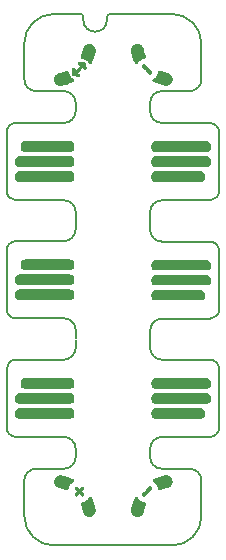
<source format=gto>
%TF.GenerationSoftware,KiCad,Pcbnew,8.0.8*%
%TF.CreationDate,2025-01-29T16:56:40+00:00*%
%TF.ProjectId,ec30_1x4_l3r3_mh_0.1,65633330-5f31-4783-945f-6c3372335f6d,v0.1*%
%TF.SameCoordinates,PX8d24d00PY36d6160*%
%TF.FileFunction,Legend,Top*%
%TF.FilePolarity,Positive*%
%FSLAX46Y46*%
G04 Gerber Fmt 4.6, Leading zero omitted, Abs format (unit mm)*
G04 Created by KiCad (PCBNEW 8.0.8) date 2025-01-29 16:56:40*
%MOMM*%
%LPD*%
G01*
G04 APERTURE LIST*
%ADD10C,0.200000*%
%ADD11C,0.010000*%
%ADD12C,0.000000*%
G04 APERTURE END LIST*
D10*
X-3148008Y-4940000D02*
X-3150008Y-4240000D01*
X9002000Y7560000D02*
G75*
G02*
X8202000Y6760000I-798900J-1100D01*
G01*
X3152000Y-14276007D02*
X3152000Y-14976007D01*
X8202000Y3263992D02*
G75*
G02*
X9001992Y2463993I1100J-798892D01*
G01*
X9002000Y-12476008D02*
G75*
G02*
X8202000Y-13276000I-798900J-1092D01*
G01*
X8202000Y13300000D02*
G75*
G02*
X9002000Y12500001I1100J-798900D01*
G01*
X-4150008Y-13276008D02*
G75*
G02*
X-3150008Y-14276008I-392J-1000392D01*
G01*
X-4148008Y13299999D02*
X-8200008Y13299999D01*
X-8200008Y-3240000D02*
X-4150008Y-3240000D01*
X4152000Y3263992D02*
G75*
G02*
X3151992Y4263992I400J1000408D01*
G01*
X3152000Y-14276007D02*
G75*
G02*
X4150000Y-13276003I1000400J-393D01*
G01*
X3150000Y14999999D02*
G75*
G02*
X4148000Y16000004I997000J3001D01*
G01*
X-3150008Y-5736009D02*
G75*
G02*
X-4148008Y-6735989I-1000392J409D01*
G01*
X3152000Y5760001D02*
X3152000Y5060001D01*
X-3150008Y4329999D02*
X-3150008Y5760000D01*
X-5000008Y-22470001D02*
X4999992Y-22470001D01*
X-4148008Y-15976008D02*
X-6500008Y-15976008D01*
X3152000Y-4306007D02*
X3152000Y-5736008D01*
X8202000Y-6736008D02*
X4152000Y-6736008D01*
X4148000Y-15976008D02*
G75*
G02*
X3147992Y-14976008I400J1000408D01*
G01*
X4148000Y-15976008D02*
X6500000Y-15976008D01*
X-3150008Y14299999D02*
X-3150008Y14999999D01*
X3150000Y15000000D02*
X3152000Y14300000D01*
X-8200008Y6760000D02*
G75*
G02*
X-9000000Y7559999I-1092J798900D01*
G01*
X-2500008Y22279999D02*
X-2500008Y22029999D01*
X-9000008Y-7536008D02*
G75*
G02*
X-8200008Y-6735992I798908J1108D01*
G01*
X7499992Y-19970001D02*
X7499992Y-16970001D01*
X-7500008Y20029999D02*
X-7500008Y16999999D01*
X9002000Y7560000D02*
X9002000Y12500001D01*
X-9000008Y-7536008D02*
X-9000008Y-12476009D01*
X8202000Y3263992D02*
X4152000Y3263992D01*
X-3150008Y14299999D02*
G75*
G02*
X-4148008Y13300011I-1000392J401D01*
G01*
X-6500008Y15999999D02*
X-4148008Y15999999D01*
X-4150008Y-3240000D02*
G75*
G02*
X-3150000Y-4240000I-392J-1000400D01*
G01*
X4150000Y-3276007D02*
X8202000Y-3276007D01*
X-7500008Y20029999D02*
G75*
G02*
X-5000008Y22530008I2499208J801D01*
G01*
X-500008Y22029999D02*
X-500008Y22279999D01*
X-9000008Y12500000D02*
X-9000008Y7559999D01*
X6500000Y15999999D02*
X4148000Y15999999D01*
X-3148008Y-14976008D02*
G75*
G02*
X-4148008Y-15975992I-1000392J408D01*
G01*
X-9000008Y2500000D02*
G75*
G02*
X-8200008Y3300008I798908J1100D01*
G01*
X-500008Y22029999D02*
G75*
G02*
X-2500008Y22029999I-1000000J0D01*
G01*
X-9000008Y12500000D02*
G75*
G02*
X-8200008Y13300008I798908J1100D01*
G01*
X4999992Y22529999D02*
X-250008Y22529999D01*
X9002000Y-2476008D02*
X9002000Y2463993D01*
X4152000Y-6736008D02*
G75*
G02*
X3151992Y-5736008I400J1000408D01*
G01*
X-8200008Y-13276008D02*
G75*
G02*
X-9000008Y-12476009I-1092J798908D01*
G01*
X9002000Y-2476008D02*
G75*
G02*
X8202000Y-3276000I-798900J-1092D01*
G01*
X6500000Y-15976008D02*
G75*
G02*
X7499992Y-16976008I-400J-1000392D01*
G01*
X-4148008Y15999999D02*
G75*
G02*
X-3150005Y14999999I1008J-996999D01*
G01*
X4999992Y22529999D02*
G75*
G02*
X7499999Y20029999I808J-2499199D01*
G01*
X7499992Y-19970001D02*
G75*
G02*
X4999992Y-22469992I-2499192J-799D01*
G01*
X-4150008Y6760000D02*
G75*
G02*
X-3150000Y5760000I-392J-1000400D01*
G01*
X3152000Y5760001D02*
G75*
G02*
X4150000Y6759997I1000400J-401D01*
G01*
X7499992Y17029999D02*
X7499992Y20029999D01*
X-5000008Y-22470001D02*
G75*
G02*
X-7500001Y-19970001I-792J2499201D01*
G01*
X-500008Y22279999D02*
G75*
G02*
X-250008Y22530008I249208J801D01*
G01*
X-6500008Y15999999D02*
G75*
G02*
X-7500001Y16999999I408J1000401D01*
G01*
X-7500008Y-16940000D02*
X-7500008Y-19970001D01*
X-9000008Y2500000D02*
X-9000008Y-2440001D01*
X-3148008Y-14976008D02*
X-3150008Y-14276008D01*
X4152000Y13300000D02*
G75*
G02*
X3152000Y14300000I400J1000400D01*
G01*
X-3150008Y-5736009D02*
X-3150008Y-5036009D01*
X8202000Y-6736008D02*
G75*
G02*
X9001992Y-7536007I1100J-798892D01*
G01*
X-4148008Y3299999D02*
X-8200008Y3299999D01*
X-3150008Y4299999D02*
G75*
G02*
X-4148008Y3300011I-1000392J401D01*
G01*
X7500000Y16999999D02*
G75*
G02*
X6500000Y16000000I-1000400J401D01*
G01*
X-8200008Y6760000D02*
X-4150008Y6760000D01*
X4150000Y-13276007D02*
X8202000Y-13276007D01*
X-8200008Y-13276008D02*
X-4150008Y-13276008D01*
X4150000Y6760001D02*
X8202000Y6760001D01*
X3152000Y-4276007D02*
G75*
G02*
X4150000Y-3276003I1000400J-393D01*
G01*
X-2750008Y22529999D02*
G75*
G02*
X-2500001Y22279999I808J-249199D01*
G01*
X8202000Y13300000D02*
X4152000Y13300000D01*
X-4148008Y-6736009D02*
X-8200008Y-6736009D01*
X-2750008Y22529999D02*
X-5000008Y22529999D01*
X3150000Y4963992D02*
X3152000Y4263992D01*
X-7500008Y-16976008D02*
G75*
G02*
X-6500008Y-15975992I1000408J-392D01*
G01*
X-8200008Y-3240000D02*
G75*
G02*
X-9000000Y-2440001I-1092J798900D01*
G01*
X9002000Y-12476008D02*
X9002000Y-7536007D01*
D11*
%TO.C,MH4*%
X4511949Y-16535486D02*
X4545536Y-16539356D01*
X4608971Y-16553849D01*
X4668753Y-16575225D01*
X4724531Y-16603246D01*
X4775957Y-16637671D01*
X4822679Y-16678262D01*
X4864347Y-16724779D01*
X4900612Y-16776984D01*
X4905566Y-16785294D01*
X4931861Y-16838009D01*
X4951571Y-16894241D01*
X4964590Y-16952923D01*
X4970811Y-17012986D01*
X4970127Y-17073360D01*
X4962432Y-17132978D01*
X4947620Y-17190772D01*
X4946358Y-17194589D01*
X4923444Y-17250647D01*
X4893644Y-17303597D01*
X4857629Y-17352752D01*
X4816066Y-17397426D01*
X4769623Y-17436933D01*
X4718970Y-17470586D01*
X4664774Y-17497699D01*
X4642765Y-17506373D01*
X4628476Y-17510923D01*
X4608254Y-17516454D01*
X4583970Y-17522501D01*
X4557494Y-17528598D01*
X4530700Y-17534279D01*
X4530261Y-17534367D01*
X4430532Y-17555994D01*
X4336764Y-17579585D01*
X4247109Y-17605701D01*
X4159714Y-17634902D01*
X4072731Y-17667748D01*
X4025034Y-17687300D01*
X3990526Y-17700980D01*
X3961694Y-17710356D01*
X3937577Y-17715481D01*
X3917219Y-17716409D01*
X3899660Y-17713194D01*
X3883940Y-17705889D01*
X3870660Y-17695938D01*
X3861395Y-17686988D01*
X3853729Y-17677278D01*
X3846993Y-17665422D01*
X3840517Y-17650030D01*
X3833630Y-17629717D01*
X3825663Y-17603094D01*
X3825407Y-17602208D01*
X3807723Y-17545417D01*
X3788678Y-17493686D01*
X3767151Y-17444143D01*
X3750957Y-17411082D01*
X3708219Y-17335948D01*
X3658695Y-17264370D01*
X3603015Y-17197074D01*
X3541811Y-17134789D01*
X3475714Y-17078242D01*
X3438393Y-17050480D01*
X3409595Y-17028547D01*
X3387844Y-17008213D01*
X3372599Y-16988752D01*
X3363319Y-16969435D01*
X3359460Y-16949538D01*
X3359279Y-16944373D01*
X3361167Y-16925822D01*
X3367500Y-16909088D01*
X3378937Y-16893463D01*
X3396136Y-16878238D01*
X3419758Y-16862703D01*
X3450461Y-16846152D01*
X3450772Y-16845995D01*
X3572361Y-16788598D01*
X3700009Y-16735171D01*
X3832719Y-16686052D01*
X3969495Y-16641578D01*
X4109339Y-16602087D01*
X4251253Y-16567915D01*
X4309893Y-16555502D01*
X4369370Y-16544695D01*
X4422504Y-16537782D01*
X4469846Y-16534725D01*
X4511949Y-16535486D01*
G36*
X4511949Y-16535486D02*
G01*
X4545536Y-16539356D01*
X4608971Y-16553849D01*
X4668753Y-16575225D01*
X4724531Y-16603246D01*
X4775957Y-16637671D01*
X4822679Y-16678262D01*
X4864347Y-16724779D01*
X4900612Y-16776984D01*
X4905566Y-16785294D01*
X4931861Y-16838009D01*
X4951571Y-16894241D01*
X4964590Y-16952923D01*
X4970811Y-17012986D01*
X4970127Y-17073360D01*
X4962432Y-17132978D01*
X4947620Y-17190772D01*
X4946358Y-17194589D01*
X4923444Y-17250647D01*
X4893644Y-17303597D01*
X4857629Y-17352752D01*
X4816066Y-17397426D01*
X4769623Y-17436933D01*
X4718970Y-17470586D01*
X4664774Y-17497699D01*
X4642765Y-17506373D01*
X4628476Y-17510923D01*
X4608254Y-17516454D01*
X4583970Y-17522501D01*
X4557494Y-17528598D01*
X4530700Y-17534279D01*
X4530261Y-17534367D01*
X4430532Y-17555994D01*
X4336764Y-17579585D01*
X4247109Y-17605701D01*
X4159714Y-17634902D01*
X4072731Y-17667748D01*
X4025034Y-17687300D01*
X3990526Y-17700980D01*
X3961694Y-17710356D01*
X3937577Y-17715481D01*
X3917219Y-17716409D01*
X3899660Y-17713194D01*
X3883940Y-17705889D01*
X3870660Y-17695938D01*
X3861395Y-17686988D01*
X3853729Y-17677278D01*
X3846993Y-17665422D01*
X3840517Y-17650030D01*
X3833630Y-17629717D01*
X3825663Y-17603094D01*
X3825407Y-17602208D01*
X3807723Y-17545417D01*
X3788678Y-17493686D01*
X3767151Y-17444143D01*
X3750957Y-17411082D01*
X3708219Y-17335948D01*
X3658695Y-17264370D01*
X3603015Y-17197074D01*
X3541811Y-17134789D01*
X3475714Y-17078242D01*
X3438393Y-17050480D01*
X3409595Y-17028547D01*
X3387844Y-17008213D01*
X3372599Y-16988752D01*
X3363319Y-16969435D01*
X3359460Y-16949538D01*
X3359279Y-16944373D01*
X3361167Y-16925822D01*
X3367500Y-16909088D01*
X3378937Y-16893463D01*
X3396136Y-16878238D01*
X3419758Y-16862703D01*
X3450461Y-16846152D01*
X3450772Y-16845995D01*
X3572361Y-16788598D01*
X3700009Y-16735171D01*
X3832719Y-16686052D01*
X3969495Y-16641578D01*
X4109339Y-16602087D01*
X4251253Y-16567915D01*
X4309893Y-16555502D01*
X4369370Y-16544695D01*
X4422504Y-16537782D01*
X4469846Y-16534725D01*
X4511949Y-16535486D01*
G37*
X1953047Y-18348989D02*
X1967288Y-18352944D01*
X1987000Y-18363798D01*
X2007247Y-18382119D01*
X2027592Y-18407499D01*
X2030893Y-18412285D01*
X2084967Y-18485517D01*
X2144171Y-18552985D01*
X2208212Y-18614447D01*
X2276798Y-18669663D01*
X2349634Y-18718389D01*
X2426430Y-18760384D01*
X2482980Y-18785892D01*
X2514171Y-18798237D01*
X2545564Y-18809457D01*
X2579185Y-18820207D01*
X2617062Y-18831144D01*
X2650000Y-18840000D01*
X2668243Y-18845312D01*
X2681291Y-18850727D01*
X2691792Y-18857566D01*
X2700213Y-18865019D01*
X2713652Y-18880582D01*
X2721731Y-18896969D01*
X2724494Y-18915280D01*
X2721986Y-18936612D01*
X2714251Y-18962064D01*
X2705056Y-18984495D01*
X2655612Y-19105014D01*
X2612330Y-19229303D01*
X2575030Y-19357945D01*
X2543530Y-19491522D01*
X2537246Y-19522203D01*
X2530145Y-19556886D01*
X2523833Y-19585267D01*
X2517861Y-19608886D01*
X2511784Y-19629280D01*
X2505155Y-19647989D01*
X2497525Y-19666551D01*
X2491301Y-19680389D01*
X2462562Y-19733370D01*
X2427417Y-19782437D01*
X2386595Y-19827021D01*
X2340824Y-19866549D01*
X2290832Y-19900450D01*
X2237348Y-19928153D01*
X2181101Y-19949087D01*
X2133781Y-19960734D01*
X2071022Y-19968858D01*
X2009393Y-19969395D01*
X1949378Y-19962671D01*
X1891462Y-19949012D01*
X1836133Y-19928742D01*
X1783874Y-19902187D01*
X1735171Y-19869671D01*
X1690510Y-19831521D01*
X1650375Y-19788061D01*
X1615254Y-19739616D01*
X1585630Y-19686512D01*
X1561989Y-19629074D01*
X1544817Y-19567627D01*
X1544448Y-19565917D01*
X1541266Y-19548235D01*
X1539142Y-19528993D01*
X1537945Y-19506294D01*
X1537543Y-19478246D01*
X1537566Y-19466698D01*
X1537943Y-19445013D01*
X1538947Y-19424050D01*
X1540740Y-19402807D01*
X1543483Y-19380279D01*
X1547338Y-19355462D01*
X1552467Y-19327352D01*
X1559030Y-19294945D01*
X1567190Y-19257238D01*
X1577109Y-19213225D01*
X1581327Y-19194839D01*
X1609840Y-19081426D01*
X1643635Y-18965247D01*
X1682046Y-18848159D01*
X1724406Y-18732018D01*
X1770048Y-18618681D01*
X1818307Y-18510005D01*
X1852717Y-18438836D01*
X1867202Y-18411309D01*
X1879996Y-18390278D01*
X1891910Y-18374706D01*
X1903752Y-18363554D01*
X1916332Y-18355785D01*
X1918189Y-18354912D01*
X1936223Y-18348937D01*
X1953047Y-18348989D01*
G36*
X1953047Y-18348989D02*
G01*
X1967288Y-18352944D01*
X1987000Y-18363798D01*
X2007247Y-18382119D01*
X2027592Y-18407499D01*
X2030893Y-18412285D01*
X2084967Y-18485517D01*
X2144171Y-18552985D01*
X2208212Y-18614447D01*
X2276798Y-18669663D01*
X2349634Y-18718389D01*
X2426430Y-18760384D01*
X2482980Y-18785892D01*
X2514171Y-18798237D01*
X2545564Y-18809457D01*
X2579185Y-18820207D01*
X2617062Y-18831144D01*
X2650000Y-18840000D01*
X2668243Y-18845312D01*
X2681291Y-18850727D01*
X2691792Y-18857566D01*
X2700213Y-18865019D01*
X2713652Y-18880582D01*
X2721731Y-18896969D01*
X2724494Y-18915280D01*
X2721986Y-18936612D01*
X2714251Y-18962064D01*
X2705056Y-18984495D01*
X2655612Y-19105014D01*
X2612330Y-19229303D01*
X2575030Y-19357945D01*
X2543530Y-19491522D01*
X2537246Y-19522203D01*
X2530145Y-19556886D01*
X2523833Y-19585267D01*
X2517861Y-19608886D01*
X2511784Y-19629280D01*
X2505155Y-19647989D01*
X2497525Y-19666551D01*
X2491301Y-19680389D01*
X2462562Y-19733370D01*
X2427417Y-19782437D01*
X2386595Y-19827021D01*
X2340824Y-19866549D01*
X2290832Y-19900450D01*
X2237348Y-19928153D01*
X2181101Y-19949087D01*
X2133781Y-19960734D01*
X2071022Y-19968858D01*
X2009393Y-19969395D01*
X1949378Y-19962671D01*
X1891462Y-19949012D01*
X1836133Y-19928742D01*
X1783874Y-19902187D01*
X1735171Y-19869671D01*
X1690510Y-19831521D01*
X1650375Y-19788061D01*
X1615254Y-19739616D01*
X1585630Y-19686512D01*
X1561989Y-19629074D01*
X1544817Y-19567627D01*
X1544448Y-19565917D01*
X1541266Y-19548235D01*
X1539142Y-19528993D01*
X1537945Y-19506294D01*
X1537543Y-19478246D01*
X1537566Y-19466698D01*
X1537943Y-19445013D01*
X1538947Y-19424050D01*
X1540740Y-19402807D01*
X1543483Y-19380279D01*
X1547338Y-19355462D01*
X1552467Y-19327352D01*
X1559030Y-19294945D01*
X1567190Y-19257238D01*
X1577109Y-19213225D01*
X1581327Y-19194839D01*
X1609840Y-19081426D01*
X1643635Y-18965247D01*
X1682046Y-18848159D01*
X1724406Y-18732018D01*
X1770048Y-18618681D01*
X1818307Y-18510005D01*
X1852717Y-18438836D01*
X1867202Y-18411309D01*
X1879996Y-18390278D01*
X1891910Y-18374706D01*
X1903752Y-18363554D01*
X1916332Y-18355785D01*
X1918189Y-18354912D01*
X1936223Y-18348937D01*
X1953047Y-18348989D01*
G37*
X3161664Y-17465670D02*
X3170644Y-17467671D01*
X3200672Y-17479911D01*
X3225650Y-17497813D01*
X3245015Y-17520590D01*
X3258200Y-17547454D01*
X3264642Y-17577617D01*
X3264914Y-17599116D01*
X3264446Y-17606631D01*
X3263847Y-17613498D01*
X3262805Y-17620077D01*
X3261008Y-17626723D01*
X3258142Y-17633794D01*
X3253895Y-17641647D01*
X3247956Y-17650639D01*
X3240011Y-17661128D01*
X3229747Y-17673471D01*
X3216854Y-17688024D01*
X3201017Y-17705145D01*
X3181925Y-17725192D01*
X3159265Y-17748521D01*
X3132725Y-17775489D01*
X3101992Y-17806454D01*
X3066753Y-17841773D01*
X3026697Y-17881804D01*
X2981511Y-17926902D01*
X2955203Y-17953153D01*
X2908642Y-17999606D01*
X2867346Y-18040773D01*
X2830970Y-18076981D01*
X2799168Y-18108561D01*
X2771596Y-18135839D01*
X2747908Y-18159145D01*
X2727758Y-18178806D01*
X2710802Y-18195152D01*
X2696694Y-18208510D01*
X2685088Y-18219209D01*
X2675639Y-18227578D01*
X2668002Y-18233944D01*
X2661832Y-18238637D01*
X2656783Y-18241984D01*
X2652509Y-18244315D01*
X2648667Y-18245956D01*
X2646489Y-18246726D01*
X2614957Y-18253446D01*
X2584047Y-18252841D01*
X2554826Y-18245308D01*
X2528358Y-18231247D01*
X2505710Y-18211056D01*
X2489510Y-18188042D01*
X2483925Y-18177228D01*
X2480461Y-18167716D01*
X2478623Y-18157000D01*
X2477911Y-18142577D01*
X2477817Y-18129229D01*
X2478161Y-18109689D01*
X2479474Y-18095507D01*
X2482180Y-18084125D01*
X2486700Y-18072981D01*
X2487316Y-18071682D01*
X2489981Y-18067252D01*
X2494743Y-18060921D01*
X2501894Y-18052386D01*
X2511722Y-18041348D01*
X2524520Y-18027505D01*
X2540578Y-18010554D01*
X2560186Y-17990196D01*
X2583636Y-17966127D01*
X2611217Y-17938048D01*
X2643222Y-17905656D01*
X2679939Y-17868651D01*
X2721661Y-17826730D01*
X2768677Y-17779592D01*
X2779019Y-17769235D01*
X2825793Y-17722418D01*
X2867318Y-17680913D01*
X2903933Y-17644393D01*
X2935979Y-17612533D01*
X2963792Y-17585007D01*
X2987713Y-17561488D01*
X3008081Y-17541651D01*
X3025234Y-17525170D01*
X3039512Y-17511718D01*
X3051254Y-17500970D01*
X3060798Y-17492599D01*
X3068484Y-17486280D01*
X3074650Y-17481687D01*
X3079636Y-17478493D01*
X3083392Y-17476546D01*
X3108956Y-17468021D01*
X3136053Y-17464293D01*
X3161664Y-17465670D01*
G36*
X3161664Y-17465670D02*
G01*
X3170644Y-17467671D01*
X3200672Y-17479911D01*
X3225650Y-17497813D01*
X3245015Y-17520590D01*
X3258200Y-17547454D01*
X3264642Y-17577617D01*
X3264914Y-17599116D01*
X3264446Y-17606631D01*
X3263847Y-17613498D01*
X3262805Y-17620077D01*
X3261008Y-17626723D01*
X3258142Y-17633794D01*
X3253895Y-17641647D01*
X3247956Y-17650639D01*
X3240011Y-17661128D01*
X3229747Y-17673471D01*
X3216854Y-17688024D01*
X3201017Y-17705145D01*
X3181925Y-17725192D01*
X3159265Y-17748521D01*
X3132725Y-17775489D01*
X3101992Y-17806454D01*
X3066753Y-17841773D01*
X3026697Y-17881804D01*
X2981511Y-17926902D01*
X2955203Y-17953153D01*
X2908642Y-17999606D01*
X2867346Y-18040773D01*
X2830970Y-18076981D01*
X2799168Y-18108561D01*
X2771596Y-18135839D01*
X2747908Y-18159145D01*
X2727758Y-18178806D01*
X2710802Y-18195152D01*
X2696694Y-18208510D01*
X2685088Y-18219209D01*
X2675639Y-18227578D01*
X2668002Y-18233944D01*
X2661832Y-18238637D01*
X2656783Y-18241984D01*
X2652509Y-18244315D01*
X2648667Y-18245956D01*
X2646489Y-18246726D01*
X2614957Y-18253446D01*
X2584047Y-18252841D01*
X2554826Y-18245308D01*
X2528358Y-18231247D01*
X2505710Y-18211056D01*
X2489510Y-18188042D01*
X2483925Y-18177228D01*
X2480461Y-18167716D01*
X2478623Y-18157000D01*
X2477911Y-18142577D01*
X2477817Y-18129229D01*
X2478161Y-18109689D01*
X2479474Y-18095507D01*
X2482180Y-18084125D01*
X2486700Y-18072981D01*
X2487316Y-18071682D01*
X2489981Y-18067252D01*
X2494743Y-18060921D01*
X2501894Y-18052386D01*
X2511722Y-18041348D01*
X2524520Y-18027505D01*
X2540578Y-18010554D01*
X2560186Y-17990196D01*
X2583636Y-17966127D01*
X2611217Y-17938048D01*
X2643222Y-17905656D01*
X2679939Y-17868651D01*
X2721661Y-17826730D01*
X2768677Y-17779592D01*
X2779019Y-17769235D01*
X2825793Y-17722418D01*
X2867318Y-17680913D01*
X2903933Y-17644393D01*
X2935979Y-17612533D01*
X2963792Y-17585007D01*
X2987713Y-17561488D01*
X3008081Y-17541651D01*
X3025234Y-17525170D01*
X3039512Y-17511718D01*
X3051254Y-17500970D01*
X3060798Y-17492599D01*
X3068484Y-17486280D01*
X3074650Y-17481687D01*
X3079636Y-17478493D01*
X3083392Y-17476546D01*
X3108956Y-17468021D01*
X3136053Y-17464293D01*
X3161664Y-17465670D01*
G37*
D12*
%TO.C,*%
G36*
X-3505012Y-9570563D02*
G01*
X-3401473Y-9621180D01*
X-3319980Y-9702673D01*
X-3269363Y-9806212D01*
X-3254808Y-9906108D01*
X-3254808Y-10105908D01*
X-3269363Y-10205804D01*
X-3319980Y-10309343D01*
X-3401473Y-10390836D01*
X-3505012Y-10441453D01*
X-3604908Y-10456008D01*
X-7954708Y-10456008D01*
X-8054604Y-10441453D01*
X-8158143Y-10390836D01*
X-8239636Y-10309343D01*
X-8290253Y-10205804D01*
X-8304808Y-10105908D01*
X-8304808Y-9906108D01*
X-8290253Y-9806212D01*
X-8239636Y-9702673D01*
X-8158143Y-9621180D01*
X-8054604Y-9570563D01*
X-7954708Y-9556008D01*
X-3604908Y-9556008D01*
X-3505012Y-9570563D01*
G37*
G36*
X-3505012Y-10840563D02*
G01*
X-3401473Y-10891180D01*
X-3319980Y-10972673D01*
X-3269363Y-11076212D01*
X-3254808Y-11176108D01*
X-3254808Y-11375908D01*
X-3269363Y-11475804D01*
X-3319980Y-11579343D01*
X-3401473Y-11660836D01*
X-3505012Y-11711453D01*
X-3604908Y-11726008D01*
X-7954708Y-11726008D01*
X-8054604Y-11711453D01*
X-8158143Y-11660836D01*
X-8239636Y-11579343D01*
X-8290253Y-11475804D01*
X-8304808Y-11375908D01*
X-8304808Y-11176108D01*
X-8290253Y-11076212D01*
X-8239636Y-10972673D01*
X-8158143Y-10891180D01*
X-8054604Y-10840563D01*
X-7954708Y-10826008D01*
X-3604908Y-10826008D01*
X-3505012Y-10840563D01*
G37*
G36*
X-3505012Y-8300563D02*
G01*
X-3401473Y-8351180D01*
X-3319980Y-8432673D01*
X-3269363Y-8536212D01*
X-3254808Y-8636108D01*
X-3254808Y-8835908D01*
X-3269363Y-8935804D01*
X-3319980Y-9039343D01*
X-3401473Y-9120836D01*
X-3505012Y-9171453D01*
X-3604908Y-9186008D01*
X-7454708Y-9186008D01*
X-7554604Y-9171453D01*
X-7658143Y-9120836D01*
X-7739636Y-9039343D01*
X-7790253Y-8935804D01*
X-7804808Y-8835908D01*
X-7804808Y-8636108D01*
X-7790253Y-8536212D01*
X-7739636Y-8432673D01*
X-7658143Y-8351180D01*
X-7554604Y-8300563D01*
X-7454708Y-8286008D01*
X-3604908Y-8286008D01*
X-3505012Y-8300563D01*
G37*
G36*
X7556596Y-840563D02*
G01*
X7660135Y-891180D01*
X7741628Y-972673D01*
X7792245Y-1076212D01*
X7806800Y-1176108D01*
X7806800Y-1375908D01*
X7792245Y-1475804D01*
X7741628Y-1579343D01*
X7660135Y-1660836D01*
X7556596Y-1711453D01*
X7456700Y-1726008D01*
X3606900Y-1726008D01*
X3507004Y-1711453D01*
X3403465Y-1660836D01*
X3321972Y-1579343D01*
X3271355Y-1475804D01*
X3256800Y-1375908D01*
X3256800Y-1176108D01*
X3271355Y-1076212D01*
X3321972Y-972673D01*
X3403465Y-891180D01*
X3507004Y-840563D01*
X3606900Y-826008D01*
X7456700Y-826008D01*
X7556596Y-840563D01*
G37*
G36*
X8056596Y1699437D02*
G01*
X8160135Y1648820D01*
X8241628Y1567327D01*
X8292245Y1463788D01*
X8306800Y1363892D01*
X8306800Y1164092D01*
X8292245Y1064196D01*
X8241628Y960657D01*
X8160135Y879164D01*
X8056596Y828547D01*
X7956700Y813992D01*
X3606900Y813992D01*
X3507004Y828547D01*
X3403465Y879164D01*
X3321972Y960657D01*
X3271355Y1064196D01*
X3256800Y1164092D01*
X3256800Y1363892D01*
X3271355Y1463788D01*
X3321972Y1567327D01*
X3403465Y1648820D01*
X3507004Y1699437D01*
X3606900Y1713992D01*
X7956700Y1713992D01*
X8056596Y1699437D01*
G37*
G36*
X8056596Y429437D02*
G01*
X8160135Y378820D01*
X8241628Y297327D01*
X8292245Y193788D01*
X8306800Y93892D01*
X8306800Y-105908D01*
X8292245Y-205804D01*
X8241628Y-309343D01*
X8160135Y-390836D01*
X8056596Y-441453D01*
X7956700Y-456008D01*
X3606900Y-456008D01*
X3507004Y-441453D01*
X3403465Y-390836D01*
X3321972Y-309343D01*
X3271355Y-205804D01*
X3256800Y-105908D01*
X3256800Y93892D01*
X3271355Y193788D01*
X3321972Y297327D01*
X3403465Y378820D01*
X3507004Y429437D01*
X3606900Y443992D01*
X7956700Y443992D01*
X8056596Y429437D01*
G37*
G36*
X-3505012Y10465445D02*
G01*
X-3401473Y10414828D01*
X-3319980Y10333335D01*
X-3269363Y10229796D01*
X-3254808Y10129900D01*
X-3254808Y9930100D01*
X-3269363Y9830204D01*
X-3319980Y9726665D01*
X-3401473Y9645172D01*
X-3505012Y9594555D01*
X-3604908Y9580000D01*
X-7954708Y9580000D01*
X-8054604Y9594555D01*
X-8158143Y9645172D01*
X-8239636Y9726665D01*
X-8290253Y9830204D01*
X-8304808Y9930100D01*
X-8304808Y10129900D01*
X-8290253Y10229796D01*
X-8239636Y10333335D01*
X-8158143Y10414828D01*
X-8054604Y10465445D01*
X-7954708Y10480000D01*
X-3604908Y10480000D01*
X-3505012Y10465445D01*
G37*
G36*
X-3505012Y9195445D02*
G01*
X-3401473Y9144828D01*
X-3319980Y9063335D01*
X-3269363Y8959796D01*
X-3254808Y8859900D01*
X-3254808Y8660100D01*
X-3269363Y8560204D01*
X-3319980Y8456665D01*
X-3401473Y8375172D01*
X-3505012Y8324555D01*
X-3604908Y8310000D01*
X-7954708Y8310000D01*
X-8054604Y8324555D01*
X-8158143Y8375172D01*
X-8239636Y8456665D01*
X-8290253Y8560204D01*
X-8304808Y8660100D01*
X-8304808Y8859900D01*
X-8290253Y8959796D01*
X-8239636Y9063335D01*
X-8158143Y9144828D01*
X-8054604Y9195445D01*
X-7954708Y9210000D01*
X-3604908Y9210000D01*
X-3505012Y9195445D01*
G37*
G36*
X-3505012Y11735445D02*
G01*
X-3401473Y11684828D01*
X-3319980Y11603335D01*
X-3269363Y11499796D01*
X-3254808Y11399900D01*
X-3254808Y11200100D01*
X-3269363Y11100204D01*
X-3319980Y10996665D01*
X-3401473Y10915172D01*
X-3505012Y10864555D01*
X-3604908Y10850000D01*
X-7454708Y10850000D01*
X-7554604Y10864555D01*
X-7658143Y10915172D01*
X-7739636Y10996665D01*
X-7790253Y11100204D01*
X-7804808Y11200100D01*
X-7804808Y11399900D01*
X-7790253Y11499796D01*
X-7739636Y11603335D01*
X-7658143Y11684828D01*
X-7554604Y11735445D01*
X-7454708Y11750000D01*
X-3604908Y11750000D01*
X-3505012Y11735445D01*
G37*
D11*
%TO.C,MH1*%
X-3899840Y17710687D02*
X-3884120Y17703382D01*
X-3870840Y17693431D01*
X-3861575Y17684481D01*
X-3853909Y17674771D01*
X-3847173Y17662915D01*
X-3840697Y17647523D01*
X-3833810Y17627210D01*
X-3825843Y17600587D01*
X-3825587Y17599701D01*
X-3807903Y17542910D01*
X-3788858Y17491179D01*
X-3767331Y17441636D01*
X-3751137Y17408575D01*
X-3708399Y17333441D01*
X-3658875Y17261863D01*
X-3603195Y17194567D01*
X-3541991Y17132282D01*
X-3475894Y17075735D01*
X-3438573Y17047973D01*
X-3409775Y17026040D01*
X-3388024Y17005706D01*
X-3372779Y16986245D01*
X-3363499Y16966928D01*
X-3359640Y16947031D01*
X-3359459Y16941866D01*
X-3361347Y16923315D01*
X-3367680Y16906581D01*
X-3379117Y16890956D01*
X-3396316Y16875731D01*
X-3419938Y16860196D01*
X-3450641Y16843645D01*
X-3450952Y16843488D01*
X-3572541Y16786091D01*
X-3700189Y16732664D01*
X-3832899Y16683545D01*
X-3969675Y16639071D01*
X-4109519Y16599580D01*
X-4251433Y16565408D01*
X-4310073Y16552995D01*
X-4369550Y16542188D01*
X-4422684Y16535275D01*
X-4470026Y16532218D01*
X-4512129Y16532979D01*
X-4545716Y16536849D01*
X-4609151Y16551342D01*
X-4668933Y16572718D01*
X-4724711Y16600739D01*
X-4776137Y16635164D01*
X-4822859Y16675755D01*
X-4864527Y16722272D01*
X-4900792Y16774477D01*
X-4905746Y16782787D01*
X-4932041Y16835502D01*
X-4951751Y16891734D01*
X-4964770Y16950416D01*
X-4970991Y17010479D01*
X-4970307Y17070853D01*
X-4962612Y17130471D01*
X-4947800Y17188265D01*
X-4946538Y17192082D01*
X-4923624Y17248140D01*
X-4893824Y17301090D01*
X-4857809Y17350245D01*
X-4816246Y17394919D01*
X-4769803Y17434426D01*
X-4719150Y17468079D01*
X-4664954Y17495192D01*
X-4642945Y17503866D01*
X-4628656Y17508416D01*
X-4608434Y17513947D01*
X-4584150Y17519994D01*
X-4557674Y17526091D01*
X-4530880Y17531772D01*
X-4530441Y17531860D01*
X-4430712Y17553487D01*
X-4336944Y17577078D01*
X-4247289Y17603194D01*
X-4159894Y17632395D01*
X-4072911Y17665241D01*
X-4025214Y17684793D01*
X-3990706Y17698473D01*
X-3961874Y17707849D01*
X-3937757Y17712974D01*
X-3917399Y17713902D01*
X-3899840Y17710687D01*
G36*
X-3899840Y17710687D02*
G01*
X-3884120Y17703382D01*
X-3870840Y17693431D01*
X-3861575Y17684481D01*
X-3853909Y17674771D01*
X-3847173Y17662915D01*
X-3840697Y17647523D01*
X-3833810Y17627210D01*
X-3825843Y17600587D01*
X-3825587Y17599701D01*
X-3807903Y17542910D01*
X-3788858Y17491179D01*
X-3767331Y17441636D01*
X-3751137Y17408575D01*
X-3708399Y17333441D01*
X-3658875Y17261863D01*
X-3603195Y17194567D01*
X-3541991Y17132282D01*
X-3475894Y17075735D01*
X-3438573Y17047973D01*
X-3409775Y17026040D01*
X-3388024Y17005706D01*
X-3372779Y16986245D01*
X-3363499Y16966928D01*
X-3359640Y16947031D01*
X-3359459Y16941866D01*
X-3361347Y16923315D01*
X-3367680Y16906581D01*
X-3379117Y16890956D01*
X-3396316Y16875731D01*
X-3419938Y16860196D01*
X-3450641Y16843645D01*
X-3450952Y16843488D01*
X-3572541Y16786091D01*
X-3700189Y16732664D01*
X-3832899Y16683545D01*
X-3969675Y16639071D01*
X-4109519Y16599580D01*
X-4251433Y16565408D01*
X-4310073Y16552995D01*
X-4369550Y16542188D01*
X-4422684Y16535275D01*
X-4470026Y16532218D01*
X-4512129Y16532979D01*
X-4545716Y16536849D01*
X-4609151Y16551342D01*
X-4668933Y16572718D01*
X-4724711Y16600739D01*
X-4776137Y16635164D01*
X-4822859Y16675755D01*
X-4864527Y16722272D01*
X-4900792Y16774477D01*
X-4905746Y16782787D01*
X-4932041Y16835502D01*
X-4951751Y16891734D01*
X-4964770Y16950416D01*
X-4970991Y17010479D01*
X-4970307Y17070853D01*
X-4962612Y17130471D01*
X-4947800Y17188265D01*
X-4946538Y17192082D01*
X-4923624Y17248140D01*
X-4893824Y17301090D01*
X-4857809Y17350245D01*
X-4816246Y17394919D01*
X-4769803Y17434426D01*
X-4719150Y17468079D01*
X-4664954Y17495192D01*
X-4642945Y17503866D01*
X-4628656Y17508416D01*
X-4608434Y17513947D01*
X-4584150Y17519994D01*
X-4557674Y17526091D01*
X-4530880Y17531772D01*
X-4530441Y17531860D01*
X-4430712Y17553487D01*
X-4336944Y17577078D01*
X-4247289Y17603194D01*
X-4159894Y17632395D01*
X-4072911Y17665241D01*
X-4025214Y17684793D01*
X-3990706Y17698473D01*
X-3961874Y17707849D01*
X-3937757Y17712974D01*
X-3917399Y17713902D01*
X-3899840Y17710687D01*
G37*
X-1949558Y19960164D02*
X-1891642Y19946505D01*
X-1836313Y19926235D01*
X-1784054Y19899680D01*
X-1735351Y19867164D01*
X-1690690Y19829014D01*
X-1650555Y19785554D01*
X-1615434Y19737109D01*
X-1585810Y19684005D01*
X-1562169Y19626567D01*
X-1544997Y19565120D01*
X-1544628Y19563410D01*
X-1541446Y19545728D01*
X-1539322Y19526486D01*
X-1538125Y19503787D01*
X-1537723Y19475739D01*
X-1537746Y19464191D01*
X-1538123Y19442506D01*
X-1539127Y19421543D01*
X-1540920Y19400300D01*
X-1543663Y19377772D01*
X-1547518Y19352955D01*
X-1552647Y19324845D01*
X-1559210Y19292438D01*
X-1567370Y19254731D01*
X-1577289Y19210718D01*
X-1581507Y19192332D01*
X-1610020Y19078919D01*
X-1643815Y18962740D01*
X-1682226Y18845652D01*
X-1724586Y18729511D01*
X-1770228Y18616174D01*
X-1818487Y18507498D01*
X-1852897Y18436329D01*
X-1867382Y18408802D01*
X-1880176Y18387771D01*
X-1892090Y18372199D01*
X-1903932Y18361047D01*
X-1916512Y18353278D01*
X-1918369Y18352405D01*
X-1936403Y18346430D01*
X-1953227Y18346482D01*
X-1967468Y18350437D01*
X-1987180Y18361291D01*
X-2007427Y18379612D01*
X-2027772Y18404992D01*
X-2031073Y18409778D01*
X-2085147Y18483010D01*
X-2144351Y18550478D01*
X-2208392Y18611940D01*
X-2276978Y18667156D01*
X-2349814Y18715882D01*
X-2426610Y18757877D01*
X-2483160Y18783385D01*
X-2514351Y18795730D01*
X-2545744Y18806950D01*
X-2579365Y18817700D01*
X-2617242Y18828637D01*
X-2650180Y18837493D01*
X-2668423Y18842805D01*
X-2681471Y18848220D01*
X-2691972Y18855059D01*
X-2700393Y18862512D01*
X-2713832Y18878075D01*
X-2721911Y18894462D01*
X-2724674Y18912773D01*
X-2722166Y18934105D01*
X-2714431Y18959557D01*
X-2705236Y18981988D01*
X-2655792Y19102507D01*
X-2612510Y19226796D01*
X-2575210Y19355438D01*
X-2543710Y19489015D01*
X-2537426Y19519696D01*
X-2530325Y19554379D01*
X-2524013Y19582760D01*
X-2518041Y19606379D01*
X-2511964Y19626773D01*
X-2505335Y19645482D01*
X-2497705Y19664044D01*
X-2491481Y19677882D01*
X-2462742Y19730863D01*
X-2427597Y19779930D01*
X-2386775Y19824514D01*
X-2341004Y19864042D01*
X-2291012Y19897943D01*
X-2237528Y19925646D01*
X-2181281Y19946580D01*
X-2133961Y19958227D01*
X-2071202Y19966351D01*
X-2009573Y19966888D01*
X-1949558Y19960164D01*
G36*
X-1949558Y19960164D02*
G01*
X-1891642Y19946505D01*
X-1836313Y19926235D01*
X-1784054Y19899680D01*
X-1735351Y19867164D01*
X-1690690Y19829014D01*
X-1650555Y19785554D01*
X-1615434Y19737109D01*
X-1585810Y19684005D01*
X-1562169Y19626567D01*
X-1544997Y19565120D01*
X-1544628Y19563410D01*
X-1541446Y19545728D01*
X-1539322Y19526486D01*
X-1538125Y19503787D01*
X-1537723Y19475739D01*
X-1537746Y19464191D01*
X-1538123Y19442506D01*
X-1539127Y19421543D01*
X-1540920Y19400300D01*
X-1543663Y19377772D01*
X-1547518Y19352955D01*
X-1552647Y19324845D01*
X-1559210Y19292438D01*
X-1567370Y19254731D01*
X-1577289Y19210718D01*
X-1581507Y19192332D01*
X-1610020Y19078919D01*
X-1643815Y18962740D01*
X-1682226Y18845652D01*
X-1724586Y18729511D01*
X-1770228Y18616174D01*
X-1818487Y18507498D01*
X-1852897Y18436329D01*
X-1867382Y18408802D01*
X-1880176Y18387771D01*
X-1892090Y18372199D01*
X-1903932Y18361047D01*
X-1916512Y18353278D01*
X-1918369Y18352405D01*
X-1936403Y18346430D01*
X-1953227Y18346482D01*
X-1967468Y18350437D01*
X-1987180Y18361291D01*
X-2007427Y18379612D01*
X-2027772Y18404992D01*
X-2031073Y18409778D01*
X-2085147Y18483010D01*
X-2144351Y18550478D01*
X-2208392Y18611940D01*
X-2276978Y18667156D01*
X-2349814Y18715882D01*
X-2426610Y18757877D01*
X-2483160Y18783385D01*
X-2514351Y18795730D01*
X-2545744Y18806950D01*
X-2579365Y18817700D01*
X-2617242Y18828637D01*
X-2650180Y18837493D01*
X-2668423Y18842805D01*
X-2681471Y18848220D01*
X-2691972Y18855059D01*
X-2700393Y18862512D01*
X-2713832Y18878075D01*
X-2721911Y18894462D01*
X-2724674Y18912773D01*
X-2722166Y18934105D01*
X-2714431Y18959557D01*
X-2705236Y18981988D01*
X-2655792Y19102507D01*
X-2612510Y19226796D01*
X-2575210Y19355438D01*
X-2543710Y19489015D01*
X-2537426Y19519696D01*
X-2530325Y19554379D01*
X-2524013Y19582760D01*
X-2518041Y19606379D01*
X-2511964Y19626773D01*
X-2505335Y19645482D01*
X-2497705Y19664044D01*
X-2491481Y19677882D01*
X-2462742Y19730863D01*
X-2427597Y19779930D01*
X-2386775Y19824514D01*
X-2341004Y19864042D01*
X-2291012Y19897943D01*
X-2237528Y19925646D01*
X-2181281Y19946580D01*
X-2133961Y19958227D01*
X-2071202Y19966351D01*
X-2009573Y19966888D01*
X-1949558Y19960164D01*
G37*
X-2493080Y18462211D02*
X-2475996Y18461544D01*
X-2462479Y18460273D01*
X-2451804Y18458343D01*
X-2443241Y18455698D01*
X-2436066Y18452281D01*
X-2429548Y18448039D01*
X-2422962Y18442913D01*
X-2419690Y18440229D01*
X-2408818Y18428719D01*
X-2398500Y18413529D01*
X-2390198Y18397310D01*
X-2385378Y18382710D01*
X-2384731Y18376966D01*
X-2383862Y18371124D01*
X-2381375Y18358361D01*
X-2377445Y18339491D01*
X-2372249Y18315325D01*
X-2365964Y18286675D01*
X-2358765Y18254354D01*
X-2350829Y18219173D01*
X-2343059Y18185110D01*
X-2332429Y18138495D01*
X-2323568Y18098903D01*
X-2316374Y18065643D01*
X-2310745Y18038024D01*
X-2306578Y18015356D01*
X-2303773Y17996948D01*
X-2302227Y17982109D01*
X-2301838Y17970147D01*
X-2302505Y17960373D01*
X-2304125Y17952095D01*
X-2306597Y17944622D01*
X-2307332Y17942808D01*
X-2319147Y17922742D01*
X-2336065Y17904490D01*
X-2354590Y17891432D01*
X-2372955Y17885112D01*
X-2395198Y17882433D01*
X-2418164Y17883396D01*
X-2438699Y17888004D01*
X-2446518Y17891378D01*
X-2462601Y17902392D01*
X-2477976Y17917152D01*
X-2490130Y17933020D01*
X-2494924Y17942204D01*
X-2497256Y17949646D01*
X-2500953Y17963447D01*
X-2505667Y17982220D01*
X-2511051Y18004573D01*
X-2516756Y18029117D01*
X-2517679Y18033173D01*
X-2523140Y18057056D01*
X-2528037Y18078150D01*
X-2532091Y18095287D01*
X-2535027Y18107298D01*
X-2536567Y18113018D01*
X-2536699Y18113325D01*
X-2539388Y18110757D01*
X-2546119Y18102976D01*
X-2556031Y18091012D01*
X-2568266Y18075896D01*
X-2576173Y18065984D01*
X-2675778Y17946849D01*
X-2781374Y17832920D01*
X-2892952Y17724206D01*
X-3010506Y17620713D01*
X-3070383Y17571834D01*
X-3087489Y17557936D01*
X-3101915Y17545680D01*
X-3112713Y17535918D01*
X-3118935Y17529498D01*
X-3119992Y17527348D01*
X-3115406Y17525659D01*
X-3104277Y17522380D01*
X-3087771Y17517830D01*
X-3067049Y17512327D01*
X-3043275Y17506189D01*
X-3033622Y17503741D01*
X-3002672Y17495884D01*
X-2978372Y17489536D01*
X-2959665Y17484310D01*
X-2945494Y17479818D01*
X-2934802Y17475674D01*
X-2926530Y17471491D01*
X-2919621Y17466882D01*
X-2913018Y17461460D01*
X-2909519Y17458340D01*
X-2892287Y17437879D01*
X-2881611Y17414546D01*
X-2877307Y17389654D01*
X-2879187Y17364519D01*
X-2887067Y17340456D01*
X-2900759Y17318779D01*
X-2920078Y17300803D01*
X-2932907Y17293036D01*
X-2944041Y17288005D01*
X-2955193Y17284697D01*
X-2967466Y17283198D01*
X-2981962Y17283597D01*
X-2999784Y17285979D01*
X-3022034Y17290433D01*
X-3049815Y17297045D01*
X-3079262Y17304600D01*
X-3107506Y17311969D01*
X-3141348Y17320769D01*
X-3178698Y17330457D01*
X-3217465Y17340492D01*
X-3255558Y17350331D01*
X-3289340Y17359036D01*
X-3326219Y17368612D01*
X-3356249Y17376696D01*
X-3380296Y17383658D01*
X-3399227Y17389866D01*
X-3413910Y17395691D01*
X-3425212Y17401500D01*
X-3433998Y17407664D01*
X-3441137Y17414551D01*
X-3447495Y17422531D01*
X-3451296Y17427997D01*
X-3455259Y17434075D01*
X-3458568Y17440016D01*
X-3461243Y17446514D01*
X-3463304Y17454259D01*
X-3464770Y17463944D01*
X-3465662Y17476261D01*
X-3465999Y17491901D01*
X-3465802Y17511557D01*
X-3465090Y17535921D01*
X-3463883Y17565684D01*
X-3462202Y17601539D01*
X-3460066Y17644178D01*
X-3458438Y17675936D01*
X-3456329Y17715785D01*
X-3454210Y17753613D01*
X-3452136Y17788603D01*
X-3450160Y17819940D01*
X-3448335Y17846809D01*
X-3446716Y17868394D01*
X-3445356Y17883879D01*
X-3444309Y17892449D01*
X-3444109Y17893391D01*
X-3434152Y17916679D01*
X-3418578Y17935718D01*
X-3398698Y17950141D01*
X-3375820Y17959577D01*
X-3351253Y17963659D01*
X-3326306Y17962017D01*
X-3302289Y17954282D01*
X-3280510Y17940085D01*
X-3280003Y17939642D01*
X-3265619Y17923598D01*
X-3254457Y17904888D01*
X-3253901Y17903630D01*
X-3250688Y17895776D01*
X-3248404Y17888518D01*
X-3246954Y17880438D01*
X-3246238Y17870118D01*
X-3246160Y17856139D01*
X-3246622Y17837082D01*
X-3247526Y17811529D01*
X-3247538Y17811207D01*
X-3248562Y17786056D01*
X-3249707Y17761690D01*
X-3250872Y17740022D01*
X-3251957Y17722968D01*
X-3252641Y17714506D01*
X-3253610Y17704568D01*
X-3253823Y17697577D01*
X-3252510Y17693805D01*
X-3248906Y17693522D01*
X-3242243Y17697001D01*
X-3231754Y17704513D01*
X-3216671Y17716328D01*
X-3196226Y17732718D01*
X-3192372Y17735811D01*
X-3109296Y17805233D01*
X-3027210Y17879264D01*
X-2947314Y17956677D01*
X-2870808Y18036245D01*
X-2798892Y18116741D01*
X-2732764Y18196937D01*
X-2700154Y18239328D01*
X-2688638Y18254698D01*
X-2724208Y18252164D01*
X-2741251Y18251201D01*
X-2763702Y18250292D01*
X-2789031Y18249522D01*
X-2814708Y18248975D01*
X-2823278Y18248852D01*
X-2848460Y18248681D01*
X-2867162Y18248951D01*
X-2880834Y18249777D01*
X-2890926Y18251271D01*
X-2898890Y18253546D01*
X-2902653Y18255068D01*
X-2925453Y18269238D01*
X-2943902Y18288973D01*
X-2956941Y18312655D01*
X-2963511Y18338664D01*
X-2964091Y18348972D01*
X-2960457Y18374695D01*
X-2950304Y18398979D01*
X-2934755Y18420093D01*
X-2914934Y18436308D01*
X-2903621Y18442100D01*
X-2898783Y18443995D01*
X-2893587Y18445636D01*
X-2887365Y18447067D01*
X-2879449Y18448334D01*
X-2869173Y18449480D01*
X-2855868Y18450550D01*
X-2838867Y18451588D01*
X-2817501Y18452639D01*
X-2791105Y18453746D01*
X-2759009Y18454954D01*
X-2720547Y18456307D01*
X-2675051Y18457850D01*
X-2657490Y18458438D01*
X-2611652Y18459954D01*
X-2573019Y18461146D01*
X-2540865Y18461956D01*
X-2514461Y18462330D01*
X-2493080Y18462211D01*
G36*
X-2493080Y18462211D02*
G01*
X-2475996Y18461544D01*
X-2462479Y18460273D01*
X-2451804Y18458343D01*
X-2443241Y18455698D01*
X-2436066Y18452281D01*
X-2429548Y18448039D01*
X-2422962Y18442913D01*
X-2419690Y18440229D01*
X-2408818Y18428719D01*
X-2398500Y18413529D01*
X-2390198Y18397310D01*
X-2385378Y18382710D01*
X-2384731Y18376966D01*
X-2383862Y18371124D01*
X-2381375Y18358361D01*
X-2377445Y18339491D01*
X-2372249Y18315325D01*
X-2365964Y18286675D01*
X-2358765Y18254354D01*
X-2350829Y18219173D01*
X-2343059Y18185110D01*
X-2332429Y18138495D01*
X-2323568Y18098903D01*
X-2316374Y18065643D01*
X-2310745Y18038024D01*
X-2306578Y18015356D01*
X-2303773Y17996948D01*
X-2302227Y17982109D01*
X-2301838Y17970147D01*
X-2302505Y17960373D01*
X-2304125Y17952095D01*
X-2306597Y17944622D01*
X-2307332Y17942808D01*
X-2319147Y17922742D01*
X-2336065Y17904490D01*
X-2354590Y17891432D01*
X-2372955Y17885112D01*
X-2395198Y17882433D01*
X-2418164Y17883396D01*
X-2438699Y17888004D01*
X-2446518Y17891378D01*
X-2462601Y17902392D01*
X-2477976Y17917152D01*
X-2490130Y17933020D01*
X-2494924Y17942204D01*
X-2497256Y17949646D01*
X-2500953Y17963447D01*
X-2505667Y17982220D01*
X-2511051Y18004573D01*
X-2516756Y18029117D01*
X-2517679Y18033173D01*
X-2523140Y18057056D01*
X-2528037Y18078150D01*
X-2532091Y18095287D01*
X-2535027Y18107298D01*
X-2536567Y18113018D01*
X-2536699Y18113325D01*
X-2539388Y18110757D01*
X-2546119Y18102976D01*
X-2556031Y18091012D01*
X-2568266Y18075896D01*
X-2576173Y18065984D01*
X-2675778Y17946849D01*
X-2781374Y17832920D01*
X-2892952Y17724206D01*
X-3010506Y17620713D01*
X-3070383Y17571834D01*
X-3087489Y17557936D01*
X-3101915Y17545680D01*
X-3112713Y17535918D01*
X-3118935Y17529498D01*
X-3119992Y17527348D01*
X-3115406Y17525659D01*
X-3104277Y17522380D01*
X-3087771Y17517830D01*
X-3067049Y17512327D01*
X-3043275Y17506189D01*
X-3033622Y17503741D01*
X-3002672Y17495884D01*
X-2978372Y17489536D01*
X-2959665Y17484310D01*
X-2945494Y17479818D01*
X-2934802Y17475674D01*
X-2926530Y17471491D01*
X-2919621Y17466882D01*
X-2913018Y17461460D01*
X-2909519Y17458340D01*
X-2892287Y17437879D01*
X-2881611Y17414546D01*
X-2877307Y17389654D01*
X-2879187Y17364519D01*
X-2887067Y17340456D01*
X-2900759Y17318779D01*
X-2920078Y17300803D01*
X-2932907Y17293036D01*
X-2944041Y17288005D01*
X-2955193Y17284697D01*
X-2967466Y17283198D01*
X-2981962Y17283597D01*
X-2999784Y17285979D01*
X-3022034Y17290433D01*
X-3049815Y17297045D01*
X-3079262Y17304600D01*
X-3107506Y17311969D01*
X-3141348Y17320769D01*
X-3178698Y17330457D01*
X-3217465Y17340492D01*
X-3255558Y17350331D01*
X-3289340Y17359036D01*
X-3326219Y17368612D01*
X-3356249Y17376696D01*
X-3380296Y17383658D01*
X-3399227Y17389866D01*
X-3413910Y17395691D01*
X-3425212Y17401500D01*
X-3433998Y17407664D01*
X-3441137Y17414551D01*
X-3447495Y17422531D01*
X-3451296Y17427997D01*
X-3455259Y17434075D01*
X-3458568Y17440016D01*
X-3461243Y17446514D01*
X-3463304Y17454259D01*
X-3464770Y17463944D01*
X-3465662Y17476261D01*
X-3465999Y17491901D01*
X-3465802Y17511557D01*
X-3465090Y17535921D01*
X-3463883Y17565684D01*
X-3462202Y17601539D01*
X-3460066Y17644178D01*
X-3458438Y17675936D01*
X-3456329Y17715785D01*
X-3454210Y17753613D01*
X-3452136Y17788603D01*
X-3450160Y17819940D01*
X-3448335Y17846809D01*
X-3446716Y17868394D01*
X-3445356Y17883879D01*
X-3444309Y17892449D01*
X-3444109Y17893391D01*
X-3434152Y17916679D01*
X-3418578Y17935718D01*
X-3398698Y17950141D01*
X-3375820Y17959577D01*
X-3351253Y17963659D01*
X-3326306Y17962017D01*
X-3302289Y17954282D01*
X-3280510Y17940085D01*
X-3280003Y17939642D01*
X-3265619Y17923598D01*
X-3254457Y17904888D01*
X-3253901Y17903630D01*
X-3250688Y17895776D01*
X-3248404Y17888518D01*
X-3246954Y17880438D01*
X-3246238Y17870118D01*
X-3246160Y17856139D01*
X-3246622Y17837082D01*
X-3247526Y17811529D01*
X-3247538Y17811207D01*
X-3248562Y17786056D01*
X-3249707Y17761690D01*
X-3250872Y17740022D01*
X-3251957Y17722968D01*
X-3252641Y17714506D01*
X-3253610Y17704568D01*
X-3253823Y17697577D01*
X-3252510Y17693805D01*
X-3248906Y17693522D01*
X-3242243Y17697001D01*
X-3231754Y17704513D01*
X-3216671Y17716328D01*
X-3196226Y17732718D01*
X-3192372Y17735811D01*
X-3109296Y17805233D01*
X-3027210Y17879264D01*
X-2947314Y17956677D01*
X-2870808Y18036245D01*
X-2798892Y18116741D01*
X-2732764Y18196937D01*
X-2700154Y18239328D01*
X-2688638Y18254698D01*
X-2724208Y18252164D01*
X-2741251Y18251201D01*
X-2763702Y18250292D01*
X-2789031Y18249522D01*
X-2814708Y18248975D01*
X-2823278Y18248852D01*
X-2848460Y18248681D01*
X-2867162Y18248951D01*
X-2880834Y18249777D01*
X-2890926Y18251271D01*
X-2898890Y18253546D01*
X-2902653Y18255068D01*
X-2925453Y18269238D01*
X-2943902Y18288973D01*
X-2956941Y18312655D01*
X-2963511Y18338664D01*
X-2964091Y18348972D01*
X-2960457Y18374695D01*
X-2950304Y18398979D01*
X-2934755Y18420093D01*
X-2914934Y18436308D01*
X-2903621Y18442100D01*
X-2898783Y18443995D01*
X-2893587Y18445636D01*
X-2887365Y18447067D01*
X-2879449Y18448334D01*
X-2869173Y18449480D01*
X-2855868Y18450550D01*
X-2838867Y18451588D01*
X-2817501Y18452639D01*
X-2791105Y18453746D01*
X-2759009Y18454954D01*
X-2720547Y18456307D01*
X-2675051Y18457850D01*
X-2657490Y18458438D01*
X-2611652Y18459954D01*
X-2573019Y18461146D01*
X-2540865Y18461956D01*
X-2514461Y18462330D01*
X-2493080Y18462211D01*
G37*
%TO.C,MH3*%
X-1928506Y-18363138D02*
X-1911772Y-18369471D01*
X-1896147Y-18380908D01*
X-1880922Y-18398107D01*
X-1865387Y-18421729D01*
X-1848836Y-18452432D01*
X-1848679Y-18452743D01*
X-1791282Y-18574332D01*
X-1737855Y-18701980D01*
X-1688736Y-18834690D01*
X-1644262Y-18971466D01*
X-1604771Y-19111310D01*
X-1570599Y-19253224D01*
X-1558186Y-19311864D01*
X-1547379Y-19371341D01*
X-1540466Y-19424475D01*
X-1537409Y-19471817D01*
X-1538170Y-19513920D01*
X-1542040Y-19547507D01*
X-1556533Y-19610942D01*
X-1577909Y-19670724D01*
X-1605930Y-19726502D01*
X-1640355Y-19777928D01*
X-1680946Y-19824650D01*
X-1727463Y-19866318D01*
X-1779668Y-19902583D01*
X-1787978Y-19907537D01*
X-1840693Y-19933832D01*
X-1896925Y-19953542D01*
X-1955607Y-19966561D01*
X-2015670Y-19972782D01*
X-2076044Y-19972098D01*
X-2135662Y-19964403D01*
X-2193456Y-19949591D01*
X-2197273Y-19948329D01*
X-2253331Y-19925415D01*
X-2306281Y-19895615D01*
X-2355436Y-19859600D01*
X-2400110Y-19818037D01*
X-2439617Y-19771594D01*
X-2473270Y-19720941D01*
X-2500383Y-19666745D01*
X-2509057Y-19644736D01*
X-2513607Y-19630447D01*
X-2519138Y-19610225D01*
X-2525185Y-19585941D01*
X-2531282Y-19559465D01*
X-2536963Y-19532671D01*
X-2537051Y-19532232D01*
X-2558678Y-19432503D01*
X-2582269Y-19338735D01*
X-2608385Y-19249080D01*
X-2637586Y-19161685D01*
X-2670432Y-19074702D01*
X-2689984Y-19027005D01*
X-2703664Y-18992497D01*
X-2713040Y-18963665D01*
X-2718165Y-18939548D01*
X-2719093Y-18919190D01*
X-2715878Y-18901631D01*
X-2708573Y-18885911D01*
X-2698622Y-18872631D01*
X-2689672Y-18863366D01*
X-2679962Y-18855700D01*
X-2668106Y-18848964D01*
X-2652714Y-18842488D01*
X-2632401Y-18835601D01*
X-2605778Y-18827634D01*
X-2604892Y-18827378D01*
X-2548101Y-18809694D01*
X-2496370Y-18790649D01*
X-2446827Y-18769122D01*
X-2413766Y-18752928D01*
X-2338632Y-18710190D01*
X-2267054Y-18660666D01*
X-2199758Y-18604986D01*
X-2137473Y-18543782D01*
X-2080926Y-18477685D01*
X-2053164Y-18440364D01*
X-2031231Y-18411566D01*
X-2010897Y-18389815D01*
X-1991436Y-18374570D01*
X-1972119Y-18365290D01*
X-1952222Y-18361431D01*
X-1947057Y-18361250D01*
X-1928506Y-18363138D01*
G36*
X-1928506Y-18363138D02*
G01*
X-1911772Y-18369471D01*
X-1896147Y-18380908D01*
X-1880922Y-18398107D01*
X-1865387Y-18421729D01*
X-1848836Y-18452432D01*
X-1848679Y-18452743D01*
X-1791282Y-18574332D01*
X-1737855Y-18701980D01*
X-1688736Y-18834690D01*
X-1644262Y-18971466D01*
X-1604771Y-19111310D01*
X-1570599Y-19253224D01*
X-1558186Y-19311864D01*
X-1547379Y-19371341D01*
X-1540466Y-19424475D01*
X-1537409Y-19471817D01*
X-1538170Y-19513920D01*
X-1542040Y-19547507D01*
X-1556533Y-19610942D01*
X-1577909Y-19670724D01*
X-1605930Y-19726502D01*
X-1640355Y-19777928D01*
X-1680946Y-19824650D01*
X-1727463Y-19866318D01*
X-1779668Y-19902583D01*
X-1787978Y-19907537D01*
X-1840693Y-19933832D01*
X-1896925Y-19953542D01*
X-1955607Y-19966561D01*
X-2015670Y-19972782D01*
X-2076044Y-19972098D01*
X-2135662Y-19964403D01*
X-2193456Y-19949591D01*
X-2197273Y-19948329D01*
X-2253331Y-19925415D01*
X-2306281Y-19895615D01*
X-2355436Y-19859600D01*
X-2400110Y-19818037D01*
X-2439617Y-19771594D01*
X-2473270Y-19720941D01*
X-2500383Y-19666745D01*
X-2509057Y-19644736D01*
X-2513607Y-19630447D01*
X-2519138Y-19610225D01*
X-2525185Y-19585941D01*
X-2531282Y-19559465D01*
X-2536963Y-19532671D01*
X-2537051Y-19532232D01*
X-2558678Y-19432503D01*
X-2582269Y-19338735D01*
X-2608385Y-19249080D01*
X-2637586Y-19161685D01*
X-2670432Y-19074702D01*
X-2689984Y-19027005D01*
X-2703664Y-18992497D01*
X-2713040Y-18963665D01*
X-2718165Y-18939548D01*
X-2719093Y-18919190D01*
X-2715878Y-18901631D01*
X-2708573Y-18885911D01*
X-2698622Y-18872631D01*
X-2689672Y-18863366D01*
X-2679962Y-18855700D01*
X-2668106Y-18848964D01*
X-2652714Y-18842488D01*
X-2632401Y-18835601D01*
X-2605778Y-18827634D01*
X-2604892Y-18827378D01*
X-2548101Y-18809694D01*
X-2496370Y-18790649D01*
X-2446827Y-18769122D01*
X-2413766Y-18752928D01*
X-2338632Y-18710190D01*
X-2267054Y-18660666D01*
X-2199758Y-18604986D01*
X-2137473Y-18543782D01*
X-2080926Y-18477685D01*
X-2053164Y-18440364D01*
X-2031231Y-18411566D01*
X-2010897Y-18389815D01*
X-1991436Y-18374570D01*
X-1972119Y-18365290D01*
X-1952222Y-18361431D01*
X-1947057Y-18361250D01*
X-1928506Y-18363138D01*
G37*
X-4469382Y-16539537D02*
X-4447697Y-16539914D01*
X-4426734Y-16540918D01*
X-4405491Y-16542711D01*
X-4382963Y-16545454D01*
X-4358146Y-16549309D01*
X-4330036Y-16554438D01*
X-4297629Y-16561001D01*
X-4259922Y-16569161D01*
X-4215909Y-16579080D01*
X-4197523Y-16583298D01*
X-4084110Y-16611811D01*
X-3967931Y-16645606D01*
X-3850843Y-16684017D01*
X-3734702Y-16726377D01*
X-3621365Y-16772019D01*
X-3512689Y-16820278D01*
X-3441520Y-16854688D01*
X-3413993Y-16869173D01*
X-3392962Y-16881967D01*
X-3377390Y-16893881D01*
X-3366238Y-16905723D01*
X-3358469Y-16918303D01*
X-3357596Y-16920160D01*
X-3351621Y-16938194D01*
X-3351673Y-16955018D01*
X-3355628Y-16969259D01*
X-3366482Y-16988971D01*
X-3384803Y-17009218D01*
X-3410183Y-17029563D01*
X-3414969Y-17032864D01*
X-3488201Y-17086938D01*
X-3555669Y-17146142D01*
X-3617131Y-17210183D01*
X-3672347Y-17278769D01*
X-3721073Y-17351605D01*
X-3763068Y-17428401D01*
X-3788576Y-17484951D01*
X-3800921Y-17516142D01*
X-3812141Y-17547535D01*
X-3822891Y-17581156D01*
X-3833828Y-17619033D01*
X-3842684Y-17651971D01*
X-3847996Y-17670214D01*
X-3853411Y-17683262D01*
X-3860250Y-17693763D01*
X-3867703Y-17702184D01*
X-3883266Y-17715623D01*
X-3899653Y-17723702D01*
X-3917964Y-17726465D01*
X-3939296Y-17723957D01*
X-3964748Y-17716222D01*
X-3987179Y-17707027D01*
X-4107698Y-17657583D01*
X-4231987Y-17614301D01*
X-4360629Y-17577001D01*
X-4494206Y-17545501D01*
X-4524887Y-17539217D01*
X-4559570Y-17532116D01*
X-4587951Y-17525804D01*
X-4611570Y-17519832D01*
X-4631964Y-17513755D01*
X-4650673Y-17507126D01*
X-4669235Y-17499496D01*
X-4683073Y-17493272D01*
X-4736054Y-17464533D01*
X-4785121Y-17429388D01*
X-4829705Y-17388566D01*
X-4869233Y-17342795D01*
X-4903134Y-17292803D01*
X-4930837Y-17239319D01*
X-4951771Y-17183072D01*
X-4963418Y-17135752D01*
X-4971542Y-17072993D01*
X-4972079Y-17011364D01*
X-4965355Y-16951349D01*
X-4951696Y-16893433D01*
X-4931426Y-16838104D01*
X-4904871Y-16785845D01*
X-4872355Y-16737142D01*
X-4834205Y-16692481D01*
X-4790745Y-16652346D01*
X-4742300Y-16617225D01*
X-4689196Y-16587601D01*
X-4631758Y-16563960D01*
X-4570311Y-16546788D01*
X-4568601Y-16546419D01*
X-4550919Y-16543237D01*
X-4531677Y-16541113D01*
X-4508978Y-16539916D01*
X-4480930Y-16539514D01*
X-4469382Y-16539537D01*
G36*
X-4469382Y-16539537D02*
G01*
X-4447697Y-16539914D01*
X-4426734Y-16540918D01*
X-4405491Y-16542711D01*
X-4382963Y-16545454D01*
X-4358146Y-16549309D01*
X-4330036Y-16554438D01*
X-4297629Y-16561001D01*
X-4259922Y-16569161D01*
X-4215909Y-16579080D01*
X-4197523Y-16583298D01*
X-4084110Y-16611811D01*
X-3967931Y-16645606D01*
X-3850843Y-16684017D01*
X-3734702Y-16726377D01*
X-3621365Y-16772019D01*
X-3512689Y-16820278D01*
X-3441520Y-16854688D01*
X-3413993Y-16869173D01*
X-3392962Y-16881967D01*
X-3377390Y-16893881D01*
X-3366238Y-16905723D01*
X-3358469Y-16918303D01*
X-3357596Y-16920160D01*
X-3351621Y-16938194D01*
X-3351673Y-16955018D01*
X-3355628Y-16969259D01*
X-3366482Y-16988971D01*
X-3384803Y-17009218D01*
X-3410183Y-17029563D01*
X-3414969Y-17032864D01*
X-3488201Y-17086938D01*
X-3555669Y-17146142D01*
X-3617131Y-17210183D01*
X-3672347Y-17278769D01*
X-3721073Y-17351605D01*
X-3763068Y-17428401D01*
X-3788576Y-17484951D01*
X-3800921Y-17516142D01*
X-3812141Y-17547535D01*
X-3822891Y-17581156D01*
X-3833828Y-17619033D01*
X-3842684Y-17651971D01*
X-3847996Y-17670214D01*
X-3853411Y-17683262D01*
X-3860250Y-17693763D01*
X-3867703Y-17702184D01*
X-3883266Y-17715623D01*
X-3899653Y-17723702D01*
X-3917964Y-17726465D01*
X-3939296Y-17723957D01*
X-3964748Y-17716222D01*
X-3987179Y-17707027D01*
X-4107698Y-17657583D01*
X-4231987Y-17614301D01*
X-4360629Y-17577001D01*
X-4494206Y-17545501D01*
X-4524887Y-17539217D01*
X-4559570Y-17532116D01*
X-4587951Y-17525804D01*
X-4611570Y-17519832D01*
X-4631964Y-17513755D01*
X-4650673Y-17507126D01*
X-4669235Y-17499496D01*
X-4683073Y-17493272D01*
X-4736054Y-17464533D01*
X-4785121Y-17429388D01*
X-4829705Y-17388566D01*
X-4869233Y-17342795D01*
X-4903134Y-17292803D01*
X-4930837Y-17239319D01*
X-4951771Y-17183072D01*
X-4963418Y-17135752D01*
X-4971542Y-17072993D01*
X-4972079Y-17011364D01*
X-4965355Y-16951349D01*
X-4951696Y-16893433D01*
X-4931426Y-16838104D01*
X-4904871Y-16785845D01*
X-4872355Y-16737142D01*
X-4834205Y-16692481D01*
X-4790745Y-16652346D01*
X-4742300Y-16617225D01*
X-4689196Y-16587601D01*
X-4631758Y-16563960D01*
X-4570311Y-16546788D01*
X-4568601Y-16546419D01*
X-4550919Y-16543237D01*
X-4531677Y-16541113D01*
X-4508978Y-16539916D01*
X-4480930Y-16539514D01*
X-4469382Y-16539537D01*
G37*
X-3113706Y-17496944D02*
X-3103689Y-17499701D01*
X-3097802Y-17501893D01*
X-3091812Y-17504868D01*
X-3085087Y-17509183D01*
X-3076996Y-17515397D01*
X-3066906Y-17524068D01*
X-3054186Y-17535754D01*
X-3038203Y-17551014D01*
X-3018325Y-17570404D01*
X-2993921Y-17594483D01*
X-2974157Y-17614080D01*
X-2866011Y-17721433D01*
X-2759845Y-17616232D01*
X-2731277Y-17588145D01*
X-2705522Y-17563269D01*
X-2683075Y-17542058D01*
X-2664428Y-17524971D01*
X-2650076Y-17512464D01*
X-2640513Y-17504993D01*
X-2637804Y-17503347D01*
X-2619653Y-17497707D01*
X-2597647Y-17495447D01*
X-2574938Y-17496528D01*
X-2554679Y-17500911D01*
X-2546147Y-17504489D01*
X-2526917Y-17518143D01*
X-2510139Y-17536514D01*
X-2498889Y-17555827D01*
X-2494821Y-17571697D01*
X-2493195Y-17591689D01*
X-2494004Y-17612373D01*
X-2497238Y-17630321D01*
X-2499093Y-17635689D01*
X-2504005Y-17643205D01*
X-2514648Y-17656014D01*
X-2530930Y-17674015D01*
X-2552756Y-17697108D01*
X-2580035Y-17725192D01*
X-2612673Y-17758167D01*
X-2613064Y-17758559D01*
X-2720887Y-17866673D01*
X-2615058Y-17972974D01*
X-2584116Y-18004238D01*
X-2558609Y-18030431D01*
X-2538195Y-18051925D01*
X-2522533Y-18069093D01*
X-2511280Y-18082307D01*
X-2504096Y-18091939D01*
X-2501173Y-18097031D01*
X-2494104Y-18121344D01*
X-2493008Y-18147931D01*
X-2497820Y-18173913D01*
X-2503224Y-18187437D01*
X-2518879Y-18210652D01*
X-2539503Y-18227874D01*
X-2562126Y-18237933D01*
X-2579823Y-18242314D01*
X-2594838Y-18243348D01*
X-2610844Y-18241009D01*
X-2624185Y-18237471D01*
X-2629927Y-18235599D01*
X-2635561Y-18233123D01*
X-2641713Y-18229495D01*
X-2649007Y-18224164D01*
X-2658067Y-18216580D01*
X-2669517Y-18206195D01*
X-2683982Y-18192456D01*
X-2702086Y-18174816D01*
X-2724453Y-18152724D01*
X-2751707Y-18125630D01*
X-2755874Y-18121480D01*
X-2866007Y-18011789D01*
X-2976140Y-18121480D01*
X-3004116Y-18149305D01*
X-3027118Y-18172053D01*
X-3045771Y-18190273D01*
X-3060700Y-18204516D01*
X-3072528Y-18215330D01*
X-3081879Y-18223266D01*
X-3089379Y-18228875D01*
X-3095651Y-18232705D01*
X-3101320Y-18235306D01*
X-3107010Y-18237229D01*
X-3107829Y-18237471D01*
X-3126610Y-18242124D01*
X-3141901Y-18243383D01*
X-3157373Y-18241278D01*
X-3169888Y-18237933D01*
X-3194545Y-18226692D01*
X-3214425Y-18209602D01*
X-3228856Y-18187607D01*
X-3237166Y-18161652D01*
X-3238982Y-18140798D01*
X-3238748Y-18129644D01*
X-3237797Y-18119682D01*
X-3235633Y-18110230D01*
X-3231761Y-18100607D01*
X-3225687Y-18090132D01*
X-3216914Y-18078124D01*
X-3204948Y-18063903D01*
X-3189294Y-18046786D01*
X-3169456Y-18026095D01*
X-3144940Y-18001146D01*
X-3116956Y-17972974D01*
X-3011127Y-17866673D01*
X-3118789Y-17758559D01*
X-3151189Y-17725807D01*
X-3177947Y-17698278D01*
X-3199233Y-17675790D01*
X-3215216Y-17658158D01*
X-3226067Y-17645200D01*
X-3231953Y-17636730D01*
X-3232760Y-17635077D01*
X-3238627Y-17611156D01*
X-3238409Y-17585114D01*
X-3232552Y-17559340D01*
X-3221501Y-17536224D01*
X-3212046Y-17524073D01*
X-3191856Y-17508280D01*
X-3167562Y-17498230D01*
X-3140924Y-17494320D01*
X-3113706Y-17496944D01*
G36*
X-3113706Y-17496944D02*
G01*
X-3103689Y-17499701D01*
X-3097802Y-17501893D01*
X-3091812Y-17504868D01*
X-3085087Y-17509183D01*
X-3076996Y-17515397D01*
X-3066906Y-17524068D01*
X-3054186Y-17535754D01*
X-3038203Y-17551014D01*
X-3018325Y-17570404D01*
X-2993921Y-17594483D01*
X-2974157Y-17614080D01*
X-2866011Y-17721433D01*
X-2759845Y-17616232D01*
X-2731277Y-17588145D01*
X-2705522Y-17563269D01*
X-2683075Y-17542058D01*
X-2664428Y-17524971D01*
X-2650076Y-17512464D01*
X-2640513Y-17504993D01*
X-2637804Y-17503347D01*
X-2619653Y-17497707D01*
X-2597647Y-17495447D01*
X-2574938Y-17496528D01*
X-2554679Y-17500911D01*
X-2546147Y-17504489D01*
X-2526917Y-17518143D01*
X-2510139Y-17536514D01*
X-2498889Y-17555827D01*
X-2494821Y-17571697D01*
X-2493195Y-17591689D01*
X-2494004Y-17612373D01*
X-2497238Y-17630321D01*
X-2499093Y-17635689D01*
X-2504005Y-17643205D01*
X-2514648Y-17656014D01*
X-2530930Y-17674015D01*
X-2552756Y-17697108D01*
X-2580035Y-17725192D01*
X-2612673Y-17758167D01*
X-2613064Y-17758559D01*
X-2720887Y-17866673D01*
X-2615058Y-17972974D01*
X-2584116Y-18004238D01*
X-2558609Y-18030431D01*
X-2538195Y-18051925D01*
X-2522533Y-18069093D01*
X-2511280Y-18082307D01*
X-2504096Y-18091939D01*
X-2501173Y-18097031D01*
X-2494104Y-18121344D01*
X-2493008Y-18147931D01*
X-2497820Y-18173913D01*
X-2503224Y-18187437D01*
X-2518879Y-18210652D01*
X-2539503Y-18227874D01*
X-2562126Y-18237933D01*
X-2579823Y-18242314D01*
X-2594838Y-18243348D01*
X-2610844Y-18241009D01*
X-2624185Y-18237471D01*
X-2629927Y-18235599D01*
X-2635561Y-18233123D01*
X-2641713Y-18229495D01*
X-2649007Y-18224164D01*
X-2658067Y-18216580D01*
X-2669517Y-18206195D01*
X-2683982Y-18192456D01*
X-2702086Y-18174816D01*
X-2724453Y-18152724D01*
X-2751707Y-18125630D01*
X-2755874Y-18121480D01*
X-2866007Y-18011789D01*
X-2976140Y-18121480D01*
X-3004116Y-18149305D01*
X-3027118Y-18172053D01*
X-3045771Y-18190273D01*
X-3060700Y-18204516D01*
X-3072528Y-18215330D01*
X-3081879Y-18223266D01*
X-3089379Y-18228875D01*
X-3095651Y-18232705D01*
X-3101320Y-18235306D01*
X-3107010Y-18237229D01*
X-3107829Y-18237471D01*
X-3126610Y-18242124D01*
X-3141901Y-18243383D01*
X-3157373Y-18241278D01*
X-3169888Y-18237933D01*
X-3194545Y-18226692D01*
X-3214425Y-18209602D01*
X-3228856Y-18187607D01*
X-3237166Y-18161652D01*
X-3238982Y-18140798D01*
X-3238748Y-18129644D01*
X-3237797Y-18119682D01*
X-3235633Y-18110230D01*
X-3231761Y-18100607D01*
X-3225687Y-18090132D01*
X-3216914Y-18078124D01*
X-3204948Y-18063903D01*
X-3189294Y-18046786D01*
X-3169456Y-18026095D01*
X-3144940Y-18001146D01*
X-3116956Y-17972974D01*
X-3011127Y-17866673D01*
X-3118789Y-17758559D01*
X-3151189Y-17725807D01*
X-3177947Y-17698278D01*
X-3199233Y-17675790D01*
X-3215216Y-17658158D01*
X-3226067Y-17645200D01*
X-3231953Y-17636730D01*
X-3232760Y-17635077D01*
X-3238627Y-17611156D01*
X-3238409Y-17585114D01*
X-3232552Y-17559340D01*
X-3221501Y-17536224D01*
X-3212046Y-17524073D01*
X-3191856Y-17508280D01*
X-3167562Y-17498230D01*
X-3140924Y-17494320D01*
X-3113706Y-17496944D01*
G37*
D12*
%TO.C,*%
G36*
X7556596Y-10840563D02*
G01*
X7660135Y-10891180D01*
X7741628Y-10972673D01*
X7792245Y-11076212D01*
X7806800Y-11176108D01*
X7806800Y-11375908D01*
X7792245Y-11475804D01*
X7741628Y-11579343D01*
X7660135Y-11660836D01*
X7556596Y-11711453D01*
X7456700Y-11726008D01*
X3606900Y-11726008D01*
X3507004Y-11711453D01*
X3403465Y-11660836D01*
X3321972Y-11579343D01*
X3271355Y-11475804D01*
X3256800Y-11375908D01*
X3256800Y-11176108D01*
X3271355Y-11076212D01*
X3321972Y-10972673D01*
X3403465Y-10891180D01*
X3507004Y-10840563D01*
X3606900Y-10826008D01*
X7456700Y-10826008D01*
X7556596Y-10840563D01*
G37*
G36*
X8056596Y-8300563D02*
G01*
X8160135Y-8351180D01*
X8241628Y-8432673D01*
X8292245Y-8536212D01*
X8306800Y-8636108D01*
X8306800Y-8835908D01*
X8292245Y-8935804D01*
X8241628Y-9039343D01*
X8160135Y-9120836D01*
X8056596Y-9171453D01*
X7956700Y-9186008D01*
X3606900Y-9186008D01*
X3507004Y-9171453D01*
X3403465Y-9120836D01*
X3321972Y-9039343D01*
X3271355Y-8935804D01*
X3256800Y-8835908D01*
X3256800Y-8636108D01*
X3271355Y-8536212D01*
X3321972Y-8432673D01*
X3403465Y-8351180D01*
X3507004Y-8300563D01*
X3606900Y-8286008D01*
X7956700Y-8286008D01*
X8056596Y-8300563D01*
G37*
G36*
X8056596Y-9570563D02*
G01*
X8160135Y-9621180D01*
X8241628Y-9702673D01*
X8292245Y-9806212D01*
X8306800Y-9906108D01*
X8306800Y-10105908D01*
X8292245Y-10205804D01*
X8241628Y-10309343D01*
X8160135Y-10390836D01*
X8056596Y-10441453D01*
X7956700Y-10456008D01*
X3606900Y-10456008D01*
X3507004Y-10441453D01*
X3403465Y-10390836D01*
X3321972Y-10309343D01*
X3271355Y-10205804D01*
X3256800Y-10105908D01*
X3256800Y-9906108D01*
X3271355Y-9806212D01*
X3321972Y-9702673D01*
X3403465Y-9621180D01*
X3507004Y-9570563D01*
X3606900Y-9556008D01*
X7956700Y-9556008D01*
X8056596Y-9570563D01*
G37*
D11*
%TO.C,MH2*%
X2075855Y19975607D02*
X2135473Y19967912D01*
X2193267Y19953100D01*
X2197084Y19951838D01*
X2253142Y19928924D01*
X2306092Y19899124D01*
X2355247Y19863109D01*
X2399921Y19821546D01*
X2439428Y19775103D01*
X2473081Y19724450D01*
X2500194Y19670254D01*
X2508868Y19648245D01*
X2513418Y19633956D01*
X2518949Y19613734D01*
X2524996Y19589450D01*
X2531093Y19562974D01*
X2536774Y19536180D01*
X2536862Y19535741D01*
X2558489Y19436012D01*
X2582080Y19342244D01*
X2608196Y19252589D01*
X2637397Y19165194D01*
X2670243Y19078211D01*
X2689795Y19030514D01*
X2703475Y18996006D01*
X2712851Y18967174D01*
X2717976Y18943057D01*
X2718904Y18922699D01*
X2715689Y18905140D01*
X2708384Y18889420D01*
X2698433Y18876140D01*
X2689483Y18866875D01*
X2679773Y18859209D01*
X2667917Y18852473D01*
X2652525Y18845997D01*
X2632212Y18839110D01*
X2605589Y18831143D01*
X2604703Y18830887D01*
X2547912Y18813203D01*
X2496181Y18794158D01*
X2446638Y18772631D01*
X2413577Y18756437D01*
X2338443Y18713699D01*
X2266865Y18664175D01*
X2199569Y18608495D01*
X2137284Y18547291D01*
X2080737Y18481194D01*
X2052975Y18443873D01*
X2031042Y18415075D01*
X2010708Y18393324D01*
X1991247Y18378079D01*
X1971930Y18368799D01*
X1952033Y18364940D01*
X1946868Y18364759D01*
X1928317Y18366647D01*
X1911583Y18372980D01*
X1895958Y18384417D01*
X1880733Y18401616D01*
X1865198Y18425238D01*
X1848647Y18455941D01*
X1848490Y18456252D01*
X1791093Y18577841D01*
X1737666Y18705489D01*
X1688547Y18838199D01*
X1644073Y18974975D01*
X1604582Y19114819D01*
X1570410Y19256733D01*
X1557997Y19315373D01*
X1547190Y19374850D01*
X1540277Y19427984D01*
X1537220Y19475326D01*
X1537981Y19517429D01*
X1541851Y19551016D01*
X1556344Y19614451D01*
X1577720Y19674233D01*
X1605741Y19730011D01*
X1640166Y19781437D01*
X1680757Y19828159D01*
X1727274Y19869827D01*
X1779479Y19906092D01*
X1787789Y19911046D01*
X1840504Y19937341D01*
X1896736Y19957051D01*
X1955418Y19970070D01*
X2015481Y19976291D01*
X2075855Y19975607D01*
G36*
X2075855Y19975607D02*
G01*
X2135473Y19967912D01*
X2193267Y19953100D01*
X2197084Y19951838D01*
X2253142Y19928924D01*
X2306092Y19899124D01*
X2355247Y19863109D01*
X2399921Y19821546D01*
X2439428Y19775103D01*
X2473081Y19724450D01*
X2500194Y19670254D01*
X2508868Y19648245D01*
X2513418Y19633956D01*
X2518949Y19613734D01*
X2524996Y19589450D01*
X2531093Y19562974D01*
X2536774Y19536180D01*
X2536862Y19535741D01*
X2558489Y19436012D01*
X2582080Y19342244D01*
X2608196Y19252589D01*
X2637397Y19165194D01*
X2670243Y19078211D01*
X2689795Y19030514D01*
X2703475Y18996006D01*
X2712851Y18967174D01*
X2717976Y18943057D01*
X2718904Y18922699D01*
X2715689Y18905140D01*
X2708384Y18889420D01*
X2698433Y18876140D01*
X2689483Y18866875D01*
X2679773Y18859209D01*
X2667917Y18852473D01*
X2652525Y18845997D01*
X2632212Y18839110D01*
X2605589Y18831143D01*
X2604703Y18830887D01*
X2547912Y18813203D01*
X2496181Y18794158D01*
X2446638Y18772631D01*
X2413577Y18756437D01*
X2338443Y18713699D01*
X2266865Y18664175D01*
X2199569Y18608495D01*
X2137284Y18547291D01*
X2080737Y18481194D01*
X2052975Y18443873D01*
X2031042Y18415075D01*
X2010708Y18393324D01*
X1991247Y18378079D01*
X1971930Y18368799D01*
X1952033Y18364940D01*
X1946868Y18364759D01*
X1928317Y18366647D01*
X1911583Y18372980D01*
X1895958Y18384417D01*
X1880733Y18401616D01*
X1865198Y18425238D01*
X1848647Y18455941D01*
X1848490Y18456252D01*
X1791093Y18577841D01*
X1737666Y18705489D01*
X1688547Y18838199D01*
X1644073Y18974975D01*
X1604582Y19114819D01*
X1570410Y19256733D01*
X1557997Y19315373D01*
X1547190Y19374850D01*
X1540277Y19427984D01*
X1537220Y19475326D01*
X1537981Y19517429D01*
X1541851Y19551016D01*
X1556344Y19614451D01*
X1577720Y19674233D01*
X1605741Y19730011D01*
X1640166Y19781437D01*
X1680757Y19828159D01*
X1727274Y19869827D01*
X1779479Y19906092D01*
X1787789Y19911046D01*
X1840504Y19937341D01*
X1896736Y19957051D01*
X1955418Y19970070D01*
X2015481Y19976291D01*
X2075855Y19975607D01*
G37*
X2609126Y18269926D02*
X2615993Y18269327D01*
X2622572Y18268285D01*
X2629218Y18266488D01*
X2636289Y18263622D01*
X2644142Y18259375D01*
X2653134Y18253436D01*
X2663623Y18245491D01*
X2675966Y18235227D01*
X2690519Y18222334D01*
X2707640Y18206497D01*
X2727687Y18187405D01*
X2751016Y18164745D01*
X2777984Y18138205D01*
X2808949Y18107472D01*
X2844268Y18072233D01*
X2884299Y18032177D01*
X2929397Y17986991D01*
X2955648Y17960683D01*
X3002101Y17914122D01*
X3043268Y17872826D01*
X3079476Y17836450D01*
X3111056Y17804648D01*
X3138334Y17777076D01*
X3161640Y17753388D01*
X3181301Y17733238D01*
X3197647Y17716282D01*
X3211005Y17702174D01*
X3221704Y17690568D01*
X3230073Y17681119D01*
X3236439Y17673482D01*
X3241132Y17667312D01*
X3244479Y17662263D01*
X3246810Y17657989D01*
X3248451Y17654147D01*
X3249221Y17651969D01*
X3255941Y17620437D01*
X3255336Y17589527D01*
X3247803Y17560306D01*
X3233742Y17533838D01*
X3213551Y17511190D01*
X3190537Y17494990D01*
X3179723Y17489405D01*
X3170211Y17485941D01*
X3159495Y17484103D01*
X3145072Y17483391D01*
X3131724Y17483297D01*
X3112184Y17483641D01*
X3098002Y17484954D01*
X3086620Y17487660D01*
X3075476Y17492180D01*
X3074177Y17492796D01*
X3069747Y17495461D01*
X3063416Y17500223D01*
X3054881Y17507374D01*
X3043843Y17517202D01*
X3030000Y17530000D01*
X3013049Y17546058D01*
X2992691Y17565666D01*
X2968622Y17589116D01*
X2940543Y17616697D01*
X2908151Y17648702D01*
X2871146Y17685419D01*
X2829225Y17727141D01*
X2782087Y17774157D01*
X2771730Y17784499D01*
X2724913Y17831273D01*
X2683408Y17872798D01*
X2646888Y17909413D01*
X2615028Y17941459D01*
X2587502Y17969272D01*
X2563983Y17993193D01*
X2544146Y18013561D01*
X2527665Y18030714D01*
X2514213Y18044992D01*
X2503465Y18056734D01*
X2495094Y18066278D01*
X2488775Y18073964D01*
X2484182Y18080130D01*
X2480988Y18085116D01*
X2479041Y18088872D01*
X2470516Y18114436D01*
X2466788Y18141533D01*
X2468165Y18167144D01*
X2470166Y18176124D01*
X2482406Y18206152D01*
X2500308Y18231130D01*
X2523085Y18250495D01*
X2549949Y18263680D01*
X2580112Y18270122D01*
X2601611Y18270394D01*
X2609126Y18269926D01*
G36*
X2609126Y18269926D02*
G01*
X2615993Y18269327D01*
X2622572Y18268285D01*
X2629218Y18266488D01*
X2636289Y18263622D01*
X2644142Y18259375D01*
X2653134Y18253436D01*
X2663623Y18245491D01*
X2675966Y18235227D01*
X2690519Y18222334D01*
X2707640Y18206497D01*
X2727687Y18187405D01*
X2751016Y18164745D01*
X2777984Y18138205D01*
X2808949Y18107472D01*
X2844268Y18072233D01*
X2884299Y18032177D01*
X2929397Y17986991D01*
X2955648Y17960683D01*
X3002101Y17914122D01*
X3043268Y17872826D01*
X3079476Y17836450D01*
X3111056Y17804648D01*
X3138334Y17777076D01*
X3161640Y17753388D01*
X3181301Y17733238D01*
X3197647Y17716282D01*
X3211005Y17702174D01*
X3221704Y17690568D01*
X3230073Y17681119D01*
X3236439Y17673482D01*
X3241132Y17667312D01*
X3244479Y17662263D01*
X3246810Y17657989D01*
X3248451Y17654147D01*
X3249221Y17651969D01*
X3255941Y17620437D01*
X3255336Y17589527D01*
X3247803Y17560306D01*
X3233742Y17533838D01*
X3213551Y17511190D01*
X3190537Y17494990D01*
X3179723Y17489405D01*
X3170211Y17485941D01*
X3159495Y17484103D01*
X3145072Y17483391D01*
X3131724Y17483297D01*
X3112184Y17483641D01*
X3098002Y17484954D01*
X3086620Y17487660D01*
X3075476Y17492180D01*
X3074177Y17492796D01*
X3069747Y17495461D01*
X3063416Y17500223D01*
X3054881Y17507374D01*
X3043843Y17517202D01*
X3030000Y17530000D01*
X3013049Y17546058D01*
X2992691Y17565666D01*
X2968622Y17589116D01*
X2940543Y17616697D01*
X2908151Y17648702D01*
X2871146Y17685419D01*
X2829225Y17727141D01*
X2782087Y17774157D01*
X2771730Y17784499D01*
X2724913Y17831273D01*
X2683408Y17872798D01*
X2646888Y17909413D01*
X2615028Y17941459D01*
X2587502Y17969272D01*
X2563983Y17993193D01*
X2544146Y18013561D01*
X2527665Y18030714D01*
X2514213Y18044992D01*
X2503465Y18056734D01*
X2495094Y18066278D01*
X2488775Y18073964D01*
X2484182Y18080130D01*
X2480988Y18085116D01*
X2479041Y18088872D01*
X2470516Y18114436D01*
X2466788Y18141533D01*
X2468165Y18167144D01*
X2470166Y18176124D01*
X2482406Y18206152D01*
X2500308Y18231130D01*
X2523085Y18250495D01*
X2549949Y18263680D01*
X2580112Y18270122D01*
X2601611Y18270394D01*
X2609126Y18269926D01*
G37*
X3939107Y17727466D02*
X3964559Y17719731D01*
X3986990Y17710536D01*
X4107509Y17661092D01*
X4231798Y17617810D01*
X4360440Y17580510D01*
X4494017Y17549010D01*
X4524698Y17542726D01*
X4559381Y17535625D01*
X4587762Y17529313D01*
X4611381Y17523341D01*
X4631775Y17517264D01*
X4650484Y17510635D01*
X4669046Y17503005D01*
X4682884Y17496781D01*
X4735865Y17468042D01*
X4784932Y17432897D01*
X4829516Y17392075D01*
X4869044Y17346304D01*
X4902945Y17296312D01*
X4930648Y17242828D01*
X4951582Y17186581D01*
X4963229Y17139261D01*
X4971353Y17076502D01*
X4971890Y17014873D01*
X4965166Y16954858D01*
X4951507Y16896942D01*
X4931237Y16841613D01*
X4904682Y16789354D01*
X4872166Y16740651D01*
X4834016Y16695990D01*
X4790556Y16655855D01*
X4742111Y16620734D01*
X4689007Y16591110D01*
X4631569Y16567469D01*
X4570122Y16550297D01*
X4568412Y16549928D01*
X4550730Y16546746D01*
X4531488Y16544622D01*
X4508789Y16543425D01*
X4480741Y16543023D01*
X4469193Y16543046D01*
X4447508Y16543423D01*
X4426545Y16544427D01*
X4405302Y16546220D01*
X4382774Y16548963D01*
X4357957Y16552818D01*
X4329847Y16557947D01*
X4297440Y16564510D01*
X4259733Y16572670D01*
X4215720Y16582589D01*
X4197334Y16586807D01*
X4083921Y16615320D01*
X3967742Y16649115D01*
X3850654Y16687526D01*
X3734513Y16729886D01*
X3621176Y16775528D01*
X3512500Y16823787D01*
X3441331Y16858197D01*
X3413804Y16872682D01*
X3392773Y16885476D01*
X3377201Y16897390D01*
X3366049Y16909232D01*
X3358280Y16921812D01*
X3357407Y16923669D01*
X3351432Y16941703D01*
X3351484Y16958527D01*
X3355439Y16972768D01*
X3366293Y16992480D01*
X3384614Y17012727D01*
X3409994Y17033072D01*
X3414780Y17036373D01*
X3488012Y17090447D01*
X3555480Y17149651D01*
X3616942Y17213692D01*
X3672158Y17282278D01*
X3720884Y17355114D01*
X3762879Y17431910D01*
X3788387Y17488460D01*
X3800732Y17519651D01*
X3811952Y17551044D01*
X3822702Y17584665D01*
X3833639Y17622542D01*
X3842495Y17655480D01*
X3847807Y17673723D01*
X3853222Y17686771D01*
X3860061Y17697272D01*
X3867514Y17705693D01*
X3883077Y17719132D01*
X3899464Y17727211D01*
X3917775Y17729974D01*
X3939107Y17727466D01*
G36*
X3939107Y17727466D02*
G01*
X3964559Y17719731D01*
X3986990Y17710536D01*
X4107509Y17661092D01*
X4231798Y17617810D01*
X4360440Y17580510D01*
X4494017Y17549010D01*
X4524698Y17542726D01*
X4559381Y17535625D01*
X4587762Y17529313D01*
X4611381Y17523341D01*
X4631775Y17517264D01*
X4650484Y17510635D01*
X4669046Y17503005D01*
X4682884Y17496781D01*
X4735865Y17468042D01*
X4784932Y17432897D01*
X4829516Y17392075D01*
X4869044Y17346304D01*
X4902945Y17296312D01*
X4930648Y17242828D01*
X4951582Y17186581D01*
X4963229Y17139261D01*
X4971353Y17076502D01*
X4971890Y17014873D01*
X4965166Y16954858D01*
X4951507Y16896942D01*
X4931237Y16841613D01*
X4904682Y16789354D01*
X4872166Y16740651D01*
X4834016Y16695990D01*
X4790556Y16655855D01*
X4742111Y16620734D01*
X4689007Y16591110D01*
X4631569Y16567469D01*
X4570122Y16550297D01*
X4568412Y16549928D01*
X4550730Y16546746D01*
X4531488Y16544622D01*
X4508789Y16543425D01*
X4480741Y16543023D01*
X4469193Y16543046D01*
X4447508Y16543423D01*
X4426545Y16544427D01*
X4405302Y16546220D01*
X4382774Y16548963D01*
X4357957Y16552818D01*
X4329847Y16557947D01*
X4297440Y16564510D01*
X4259733Y16572670D01*
X4215720Y16582589D01*
X4197334Y16586807D01*
X4083921Y16615320D01*
X3967742Y16649115D01*
X3850654Y16687526D01*
X3734513Y16729886D01*
X3621176Y16775528D01*
X3512500Y16823787D01*
X3441331Y16858197D01*
X3413804Y16872682D01*
X3392773Y16885476D01*
X3377201Y16897390D01*
X3366049Y16909232D01*
X3358280Y16921812D01*
X3357407Y16923669D01*
X3351432Y16941703D01*
X3351484Y16958527D01*
X3355439Y16972768D01*
X3366293Y16992480D01*
X3384614Y17012727D01*
X3409994Y17033072D01*
X3414780Y17036373D01*
X3488012Y17090447D01*
X3555480Y17149651D01*
X3616942Y17213692D01*
X3672158Y17282278D01*
X3720884Y17355114D01*
X3762879Y17431910D01*
X3788387Y17488460D01*
X3800732Y17519651D01*
X3811952Y17551044D01*
X3822702Y17584665D01*
X3833639Y17622542D01*
X3842495Y17655480D01*
X3847807Y17673723D01*
X3853222Y17686771D01*
X3860061Y17697272D01*
X3867514Y17705693D01*
X3883077Y17719132D01*
X3899464Y17727211D01*
X3917775Y17729974D01*
X3939107Y17727466D01*
G37*
D12*
%TO.C,*%
G36*
X-3505012Y465445D02*
G01*
X-3401473Y414828D01*
X-3319980Y333335D01*
X-3269363Y229796D01*
X-3254808Y129900D01*
X-3254808Y-69900D01*
X-3269363Y-169796D01*
X-3319980Y-273335D01*
X-3401473Y-354828D01*
X-3505012Y-405445D01*
X-3604908Y-420000D01*
X-7954708Y-420000D01*
X-8054604Y-405445D01*
X-8158143Y-354828D01*
X-8239636Y-273335D01*
X-8290253Y-169796D01*
X-8304808Y-69900D01*
X-8304808Y129900D01*
X-8290253Y229796D01*
X-8239636Y333335D01*
X-8158143Y414828D01*
X-8054604Y465445D01*
X-7954708Y480000D01*
X-3604908Y480000D01*
X-3505012Y465445D01*
G37*
G36*
X-3505012Y-804555D02*
G01*
X-3401473Y-855172D01*
X-3319980Y-936665D01*
X-3269363Y-1040204D01*
X-3254808Y-1140100D01*
X-3254808Y-1339900D01*
X-3269363Y-1439796D01*
X-3319980Y-1543335D01*
X-3401473Y-1624828D01*
X-3505012Y-1675445D01*
X-3604908Y-1690000D01*
X-7954708Y-1690000D01*
X-8054604Y-1675445D01*
X-8158143Y-1624828D01*
X-8239636Y-1543335D01*
X-8290253Y-1439796D01*
X-8304808Y-1339900D01*
X-8304808Y-1140100D01*
X-8290253Y-1040204D01*
X-8239636Y-936665D01*
X-8158143Y-855172D01*
X-8054604Y-804555D01*
X-7954708Y-790000D01*
X-3604908Y-790000D01*
X-3505012Y-804555D01*
G37*
G36*
X-3505012Y1735445D02*
G01*
X-3401473Y1684828D01*
X-3319980Y1603335D01*
X-3269363Y1499796D01*
X-3254808Y1399900D01*
X-3254808Y1200100D01*
X-3269363Y1100204D01*
X-3319980Y996665D01*
X-3401473Y915172D01*
X-3505012Y864555D01*
X-3604908Y850000D01*
X-7454708Y850000D01*
X-7554604Y864555D01*
X-7658143Y915172D01*
X-7739636Y996665D01*
X-7790253Y1100204D01*
X-7804808Y1200100D01*
X-7804808Y1399900D01*
X-7790253Y1499796D01*
X-7739636Y1603335D01*
X-7658143Y1684828D01*
X-7554604Y1735445D01*
X-7454708Y1750000D01*
X-3604908Y1750000D01*
X-3505012Y1735445D01*
G37*
G36*
X7556596Y9195445D02*
G01*
X7660135Y9144828D01*
X7741628Y9063335D01*
X7792245Y8959796D01*
X7806800Y8859900D01*
X7806800Y8660100D01*
X7792245Y8560204D01*
X7741628Y8456665D01*
X7660135Y8375172D01*
X7556596Y8324555D01*
X7456700Y8310000D01*
X3606900Y8310000D01*
X3507004Y8324555D01*
X3403465Y8375172D01*
X3321972Y8456665D01*
X3271355Y8560204D01*
X3256800Y8660100D01*
X3256800Y8859900D01*
X3271355Y8959796D01*
X3321972Y9063335D01*
X3403465Y9144828D01*
X3507004Y9195445D01*
X3606900Y9210000D01*
X7456700Y9210000D01*
X7556596Y9195445D01*
G37*
G36*
X8056596Y11735445D02*
G01*
X8160135Y11684828D01*
X8241628Y11603335D01*
X8292245Y11499796D01*
X8306800Y11399900D01*
X8306800Y11200100D01*
X8292245Y11100204D01*
X8241628Y10996665D01*
X8160135Y10915172D01*
X8056596Y10864555D01*
X7956700Y10850000D01*
X3606900Y10850000D01*
X3507004Y10864555D01*
X3403465Y10915172D01*
X3321972Y10996665D01*
X3271355Y11100204D01*
X3256800Y11200100D01*
X3256800Y11399900D01*
X3271355Y11499796D01*
X3321972Y11603335D01*
X3403465Y11684828D01*
X3507004Y11735445D01*
X3606900Y11750000D01*
X7956700Y11750000D01*
X8056596Y11735445D01*
G37*
G36*
X8056596Y10465445D02*
G01*
X8160135Y10414828D01*
X8241628Y10333335D01*
X8292245Y10229796D01*
X8306800Y10129900D01*
X8306800Y9930100D01*
X8292245Y9830204D01*
X8241628Y9726665D01*
X8160135Y9645172D01*
X8056596Y9594555D01*
X7956700Y9580000D01*
X3606900Y9580000D01*
X3507004Y9594555D01*
X3403465Y9645172D01*
X3321972Y9726665D01*
X3271355Y9830204D01*
X3256800Y9930100D01*
X3256800Y10129900D01*
X3271355Y10229796D01*
X3321972Y10333335D01*
X3403465Y10414828D01*
X3507004Y10465445D01*
X3606900Y10480000D01*
X7956700Y10480000D01*
X8056596Y10465445D01*
G37*
%TD*%
M02*

</source>
